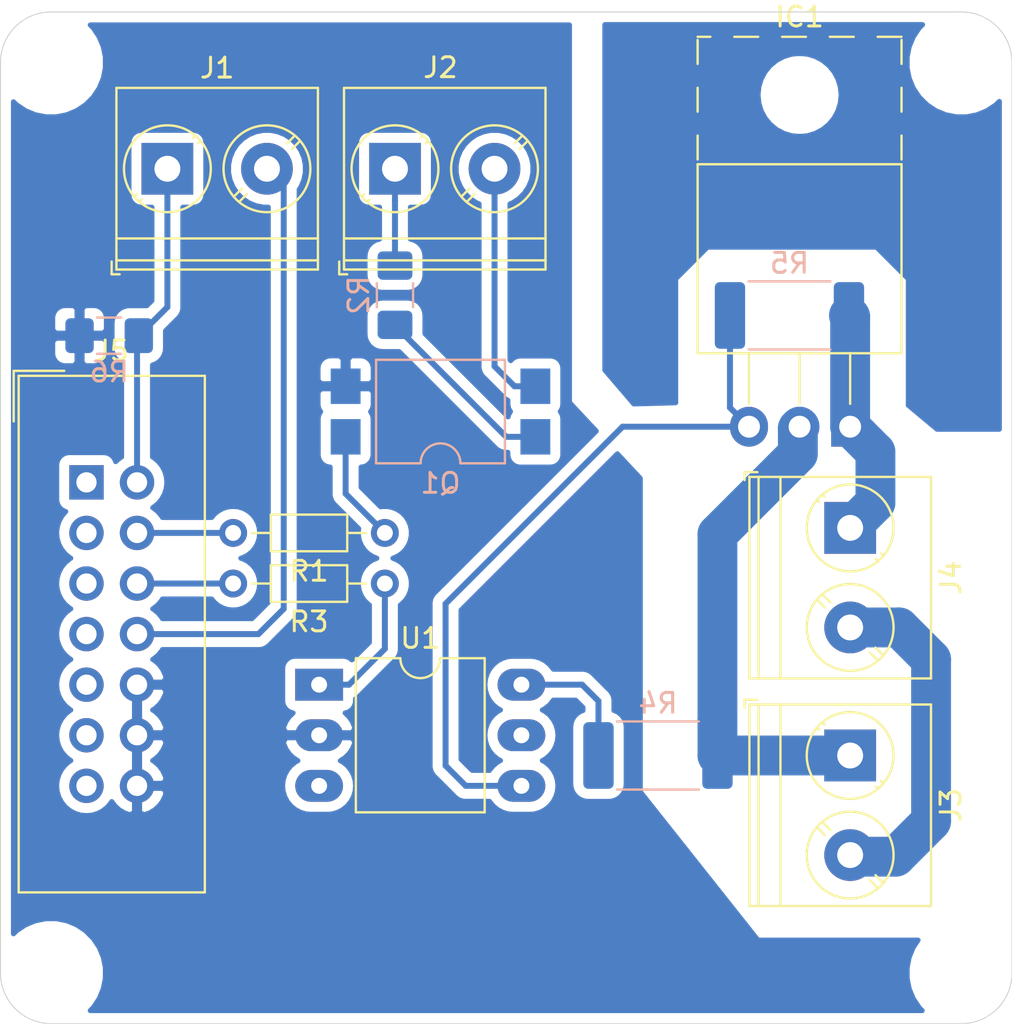
<source format=kicad_pcb>
(kicad_pcb (version 20171130) (host pcbnew "(5.1.2)-2")

  (general
    (thickness 1.6)
    (drawings 8)
    (tracks 54)
    (zones 0)
    (modules 18)
    (nets 25)
  )

  (page A4)
  (layers
    (0 F.Cu signal)
    (31 B.Cu signal)
    (32 B.Adhes user)
    (33 F.Adhes user)
    (34 B.Paste user)
    (35 F.Paste user)
    (36 B.SilkS user)
    (37 F.SilkS user)
    (38 B.Mask user)
    (39 F.Mask user)
    (40 Dwgs.User user)
    (41 Cmts.User user)
    (42 Eco1.User user)
    (43 Eco2.User user)
    (44 Edge.Cuts user)
    (45 Margin user)
    (46 B.CrtYd user)
    (47 F.CrtYd user)
    (48 B.Fab user hide)
    (49 F.Fab user hide)
  )

  (setup
    (last_trace_width 0.25)
    (user_trace_width 0.4)
    (trace_clearance 0.2)
    (zone_clearance 0)
    (zone_45_only no)
    (trace_min 0.2)
    (via_size 0.8)
    (via_drill 0.4)
    (via_min_size 0.4)
    (via_min_drill 0.3)
    (uvia_size 0.3)
    (uvia_drill 0.1)
    (uvias_allowed no)
    (uvia_min_size 0.2)
    (uvia_min_drill 0.1)
    (edge_width 0.05)
    (segment_width 0.2)
    (pcb_text_width 0.3)
    (pcb_text_size 1.5 1.5)
    (mod_edge_width 0.12)
    (mod_text_size 1 1)
    (mod_text_width 0.15)
    (pad_size 1.4 1.4)
    (pad_drill 0.8)
    (pad_to_mask_clearance 0.051)
    (solder_mask_min_width 0.25)
    (aux_axis_origin 0 0)
    (visible_elements 7FFFFFFF)
    (pcbplotparams
      (layerselection 0x010fc_ffffffff)
      (usegerberextensions false)
      (usegerberattributes false)
      (usegerberadvancedattributes false)
      (creategerberjobfile false)
      (excludeedgelayer true)
      (linewidth 0.100000)
      (plotframeref false)
      (viasonmask false)
      (mode 1)
      (useauxorigin false)
      (hpglpennumber 1)
      (hpglpenspeed 20)
      (hpglpendiameter 15.000000)
      (psnegative false)
      (psa4output false)
      (plotreference true)
      (plotvalue true)
      (plotinvisibletext false)
      (padsonsilk false)
      (subtractmaskfromsilk false)
      (outputformat 1)
      (mirror false)
      (drillshape 0)
      (scaleselection 1)
      (outputdirectory "./"))
  )

  (net 0 "")
  (net 1 "Net-(IC1-Pad3)")
  (net 2 L)
  (net 3 LOAD)
  (net 4 BUTTON2)
  (net 5 BUTTON1)
  (net 6 DIM+)
  (net 7 DIM-)
  (net 8 N)
  (net 9 GND)
  (net 10 "Net-(J5-Pad13)")
  (net 11 "Net-(J5-Pad11)")
  (net 12 "Net-(J5-Pad9)")
  (net 13 "Net-(J5-Pad7)")
  (net 14 ON)
  (net 15 "Net-(J5-Pad5)")
  (net 16 DIM)
  (net 17 "Net-(J5-Pad3)")
  (net 18 "Net-(J5-Pad1)")
  (net 19 "Net-(Q1-Pad4)")
  (net 20 "Net-(Q1-Pad1)")
  (net 21 "Net-(R3-Pad1)")
  (net 22 "Net-(R4-Pad2)")
  (net 23 "Net-(U1-Pad3)")
  (net 24 "Net-(U1-Pad5)")

  (net_class Default "Это класс цепей по умолчанию."
    (clearance 0.2)
    (trace_width 0.25)
    (via_dia 0.8)
    (via_drill 0.4)
    (uvia_dia 0.3)
    (uvia_drill 0.1)
    (add_net "Net-(J5-Pad1)")
    (add_net "Net-(J5-Pad11)")
    (add_net "Net-(J5-Pad13)")
    (add_net "Net-(J5-Pad3)")
    (add_net "Net-(J5-Pad5)")
    (add_net "Net-(J5-Pad7)")
    (add_net "Net-(J5-Pad9)")
  )

  (net_class Силовая ""
    (clearance 0.5)
    (trace_width 2)
    (via_dia 0.8)
    (via_drill 0.4)
    (uvia_dia 0.3)
    (uvia_drill 0.1)
    (add_net L)
    (add_net LOAD)
    (add_net N)
  )

  (net_class Слаботочная ""
    (clearance 0.5)
    (trace_width 0.3)
    (via_dia 0.8)
    (via_drill 0.4)
    (uvia_dia 0.3)
    (uvia_drill 0.1)
    (add_net BUTTON1)
    (add_net BUTTON2)
    (add_net DIM)
    (add_net DIM+)
    (add_net DIM-)
    (add_net GND)
    (add_net "Net-(IC1-Pad3)")
    (add_net "Net-(Q1-Pad1)")
    (add_net "Net-(Q1-Pad4)")
    (add_net "Net-(R3-Pad1)")
    (add_net "Net-(R4-Pad2)")
    (add_net "Net-(U1-Pad3)")
    (add_net "Net-(U1-Pad5)")
    (add_net ON)
  )

  (module Resistor_SMD:R_1206_3216Metric_Pad1.42x1.75mm_HandSolder (layer B.Cu) (tedit 5B301BBD) (tstamp 5D46ACD5)
    (at 116.456 61.214)
    (descr "Resistor SMD 1206 (3216 Metric), square (rectangular) end terminal, IPC_7351 nominal with elongated pad for handsoldering. (Body size source: http://www.tortai-tech.com/upload/download/2011102023233369053.pdf), generated with kicad-footprint-generator")
    (tags "resistor handsolder")
    (path /5D3E8DCB)
    (attr smd)
    (fp_text reference R6 (at 0 1.82) (layer B.SilkS)
      (effects (font (size 1 1) (thickness 0.15)) (justify mirror))
    )
    (fp_text value 4.7k (at 0 -1.82) (layer B.Fab)
      (effects (font (size 1 1) (thickness 0.15)) (justify mirror))
    )
    (fp_text user %R (at 0 0) (layer B.Fab)
      (effects (font (size 0.8 0.8) (thickness 0.12)) (justify mirror))
    )
    (fp_line (start 2.45 -1.12) (end -2.45 -1.12) (layer B.CrtYd) (width 0.05))
    (fp_line (start 2.45 1.12) (end 2.45 -1.12) (layer B.CrtYd) (width 0.05))
    (fp_line (start -2.45 1.12) (end 2.45 1.12) (layer B.CrtYd) (width 0.05))
    (fp_line (start -2.45 -1.12) (end -2.45 1.12) (layer B.CrtYd) (width 0.05))
    (fp_line (start -0.602064 -0.91) (end 0.602064 -0.91) (layer B.SilkS) (width 0.12))
    (fp_line (start -0.602064 0.91) (end 0.602064 0.91) (layer B.SilkS) (width 0.12))
    (fp_line (start 1.6 -0.8) (end -1.6 -0.8) (layer B.Fab) (width 0.1))
    (fp_line (start 1.6 0.8) (end 1.6 -0.8) (layer B.Fab) (width 0.1))
    (fp_line (start -1.6 0.8) (end 1.6 0.8) (layer B.Fab) (width 0.1))
    (fp_line (start -1.6 -0.8) (end -1.6 0.8) (layer B.Fab) (width 0.1))
    (pad 2 smd roundrect (at 1.4875 0) (size 1.425 1.75) (layers B.Cu B.Paste B.Mask) (roundrect_rratio 0.175439)
      (net 5 BUTTON1))
    (pad 1 smd roundrect (at -1.4875 0) (size 1.425 1.75) (layers B.Cu B.Paste B.Mask) (roundrect_rratio 0.175439)
      (net 9 GND))
    (model ${KISYS3DMOD}/Resistor_SMD.3dshapes/R_1206_3216Metric.wrl
      (at (xyz 0 0 0))
      (scale (xyz 1 1 1))
      (rotate (xyz 0 0 0))
    )
  )

  (module Resistor_SMD:R_1206_3216Metric_Pad1.42x1.75mm_HandSolder (layer B.Cu) (tedit 5B301BBD) (tstamp 5D3BBD02)
    (at 130.81 59.182 270)
    (descr "Resistor SMD 1206 (3216 Metric), square (rectangular) end terminal, IPC_7351 nominal with elongated pad for handsoldering. (Body size source: http://www.tortai-tech.com/upload/download/2011102023233369053.pdf), generated with kicad-footprint-generator")
    (tags "resistor handsolder")
    (path /5D3AAB8B)
    (attr smd)
    (fp_text reference R2 (at 0 1.82 90) (layer B.SilkS)
      (effects (font (size 1 1) (thickness 0.15)) (justify mirror))
    )
    (fp_text value 4.7k (at 0 -1.82 90) (layer B.Fab)
      (effects (font (size 1 1) (thickness 0.15)) (justify mirror))
    )
    (fp_text user %R (at 0 0 90) (layer B.Fab)
      (effects (font (size 0.8 0.8) (thickness 0.12)) (justify mirror))
    )
    (fp_line (start 2.45 -1.12) (end -2.45 -1.12) (layer B.CrtYd) (width 0.05))
    (fp_line (start 2.45 1.12) (end 2.45 -1.12) (layer B.CrtYd) (width 0.05))
    (fp_line (start -2.45 1.12) (end 2.45 1.12) (layer B.CrtYd) (width 0.05))
    (fp_line (start -2.45 -1.12) (end -2.45 1.12) (layer B.CrtYd) (width 0.05))
    (fp_line (start -0.602064 -0.91) (end 0.602064 -0.91) (layer B.SilkS) (width 0.12))
    (fp_line (start -0.602064 0.91) (end 0.602064 0.91) (layer B.SilkS) (width 0.12))
    (fp_line (start 1.6 -0.8) (end -1.6 -0.8) (layer B.Fab) (width 0.1))
    (fp_line (start 1.6 0.8) (end 1.6 -0.8) (layer B.Fab) (width 0.1))
    (fp_line (start -1.6 0.8) (end 1.6 0.8) (layer B.Fab) (width 0.1))
    (fp_line (start -1.6 -0.8) (end -1.6 0.8) (layer B.Fab) (width 0.1))
    (pad 2 smd roundrect (at 1.4875 0 270) (size 1.425 1.75) (layers B.Cu B.Paste B.Mask) (roundrect_rratio 0.175439)
      (net 19 "Net-(Q1-Pad4)"))
    (pad 1 smd roundrect (at -1.4875 0 270) (size 1.425 1.75) (layers B.Cu B.Paste B.Mask) (roundrect_rratio 0.175439)
      (net 6 DIM+))
    (model ${KISYS3DMOD}/Resistor_SMD.3dshapes/R_1206_3216Metric.wrl
      (at (xyz 0 0 0))
      (scale (xyz 1 1 1))
      (rotate (xyz 0 0 0))
    )
  )

  (module Resistor_SMD:R_2512_6332Metric_Pad1.52x3.35mm_HandSolder (layer B.Cu) (tedit 5B301BBD) (tstamp 5D4D4353)
    (at 150.622 60.198 180)
    (descr "Resistor SMD 2512 (6332 Metric), square (rectangular) end terminal, IPC_7351 nominal with elongated pad for handsoldering. (Body size source: http://www.tortai-tech.com/upload/download/2011102023233369053.pdf), generated with kicad-footprint-generator")
    (tags "resistor handsolder")
    (path /5D3A9077)
    (attr smd)
    (fp_text reference R5 (at 0 2.62) (layer B.SilkS)
      (effects (font (size 1 1) (thickness 0.15)) (justify mirror))
    )
    (fp_text value 360 (at 0 -2.62) (layer B.Fab)
      (effects (font (size 1 1) (thickness 0.15)) (justify mirror))
    )
    (fp_text user %R (at 0 0) (layer B.Fab)
      (effects (font (size 1 1) (thickness 0.15)) (justify mirror))
    )
    (fp_line (start 4 -1.92) (end -4 -1.92) (layer B.CrtYd) (width 0.05))
    (fp_line (start 4 1.92) (end 4 -1.92) (layer B.CrtYd) (width 0.05))
    (fp_line (start -4 1.92) (end 4 1.92) (layer B.CrtYd) (width 0.05))
    (fp_line (start -4 -1.92) (end -4 1.92) (layer B.CrtYd) (width 0.05))
    (fp_line (start -2.052064 -1.71) (end 2.052064 -1.71) (layer B.SilkS) (width 0.12))
    (fp_line (start -2.052064 1.71) (end 2.052064 1.71) (layer B.SilkS) (width 0.12))
    (fp_line (start 3.15 -1.6) (end -3.15 -1.6) (layer B.Fab) (width 0.1))
    (fp_line (start 3.15 1.6) (end 3.15 -1.6) (layer B.Fab) (width 0.1))
    (fp_line (start -3.15 1.6) (end 3.15 1.6) (layer B.Fab) (width 0.1))
    (fp_line (start -3.15 -1.6) (end -3.15 1.6) (layer B.Fab) (width 0.1))
    (pad 2 smd roundrect (at 2.9875 0 180) (size 1.525 3.35) (layers B.Cu B.Paste B.Mask) (roundrect_rratio 0.163934)
      (net 1 "Net-(IC1-Pad3)"))
    (pad 1 smd roundrect (at -2.9875 0 180) (size 1.525 3.35) (layers B.Cu B.Paste B.Mask) (roundrect_rratio 0.163934)
      (net 3 LOAD))
    (model ${KISYS3DMOD}/Resistor_SMD.3dshapes/R_2512_6332Metric.wrl
      (at (xyz 0 0 0))
      (scale (xyz 1 1 1))
      (rotate (xyz 0 0 0))
    )
  )

  (module Resistor_SMD:R_2512_6332Metric_Pad1.52x3.35mm_HandSolder (layer B.Cu) (tedit 5B301BBD) (tstamp 5D4E953B)
    (at 144.018 82.296 180)
    (descr "Resistor SMD 2512 (6332 Metric), square (rectangular) end terminal, IPC_7351 nominal with elongated pad for handsoldering. (Body size source: http://www.tortai-tech.com/upload/download/2011102023233369053.pdf), generated with kicad-footprint-generator")
    (tags "resistor handsolder")
    (path /5D3AA088)
    (attr smd)
    (fp_text reference R4 (at 0 2.62) (layer B.SilkS)
      (effects (font (size 1 1) (thickness 0.15)) (justify mirror))
    )
    (fp_text value 360 (at 0 -2.62) (layer B.Fab)
      (effects (font (size 1 1) (thickness 0.15)) (justify mirror))
    )
    (fp_text user %R (at 0 0) (layer B.Fab)
      (effects (font (size 1 1) (thickness 0.15)) (justify mirror))
    )
    (fp_line (start 4 -1.92) (end -4 -1.92) (layer B.CrtYd) (width 0.05))
    (fp_line (start 4 1.92) (end 4 -1.92) (layer B.CrtYd) (width 0.05))
    (fp_line (start -4 1.92) (end 4 1.92) (layer B.CrtYd) (width 0.05))
    (fp_line (start -4 -1.92) (end -4 1.92) (layer B.CrtYd) (width 0.05))
    (fp_line (start -2.052064 -1.71) (end 2.052064 -1.71) (layer B.SilkS) (width 0.12))
    (fp_line (start -2.052064 1.71) (end 2.052064 1.71) (layer B.SilkS) (width 0.12))
    (fp_line (start 3.15 -1.6) (end -3.15 -1.6) (layer B.Fab) (width 0.1))
    (fp_line (start 3.15 1.6) (end 3.15 -1.6) (layer B.Fab) (width 0.1))
    (fp_line (start -3.15 1.6) (end 3.15 1.6) (layer B.Fab) (width 0.1))
    (fp_line (start -3.15 -1.6) (end -3.15 1.6) (layer B.Fab) (width 0.1))
    (pad 2 smd roundrect (at 2.9875 0 180) (size 1.525 3.35) (layers B.Cu B.Paste B.Mask) (roundrect_rratio 0.163934)
      (net 22 "Net-(R4-Pad2)"))
    (pad 1 smd roundrect (at -2.9875 0 180) (size 1.525 3.35) (layers B.Cu B.Paste B.Mask) (roundrect_rratio 0.163934)
      (net 2 L))
    (model ${KISYS3DMOD}/Resistor_SMD.3dshapes/R_2512_6332Metric.wrl
      (at (xyz 0 0 0))
      (scale (xyz 1 1 1))
      (rotate (xyz 0 0 0))
    )
  )

  (module Package_TO_SOT_THT:TO-220-3_Horizontal_TabUp (layer F.Cu) (tedit 5AC8BA0D) (tstamp 5D3BA65D)
    (at 153.67 65.786 180)
    (descr "TO-220-3, Horizontal, RM 2.54mm, see https://www.vishay.com/docs/66542/to-220-1.pdf")
    (tags "TO-220-3 Horizontal RM 2.54mm")
    (path /5D3A683B)
    (fp_text reference IC1 (at 2.54 20.58) (layer F.SilkS)
      (effects (font (size 1 1) (thickness 0.15)))
    )
    (fp_text value BTA08-600SWRG (at 2.54 -2) (layer F.Fab)
      (effects (font (size 1 1) (thickness 0.15)))
    )
    (fp_text user %R (at 2.54 20.58) (layer F.Fab)
      (effects (font (size 1 1) (thickness 0.15)))
    )
    (fp_line (start 7.79 -1.25) (end -2.71 -1.25) (layer F.CrtYd) (width 0.05))
    (fp_line (start 7.79 19.71) (end 7.79 -1.25) (layer F.CrtYd) (width 0.05))
    (fp_line (start -2.71 19.71) (end 7.79 19.71) (layer F.CrtYd) (width 0.05))
    (fp_line (start -2.71 -1.25) (end -2.71 19.71) (layer F.CrtYd) (width 0.05))
    (fp_line (start 5.08 1.15) (end 5.08 3.69) (layer F.SilkS) (width 0.12))
    (fp_line (start 2.54 1.15) (end 2.54 3.69) (layer F.SilkS) (width 0.12))
    (fp_line (start 0 1.15) (end 0 3.69) (layer F.SilkS) (width 0.12))
    (fp_line (start 7.66 18.22) (end 7.66 19.42) (layer F.SilkS) (width 0.12))
    (fp_line (start 7.66 15.82) (end 7.66 17.02) (layer F.SilkS) (width 0.12))
    (fp_line (start 7.66 13.42) (end 7.66 14.62) (layer F.SilkS) (width 0.12))
    (fp_line (start -2.58 18.22) (end -2.58 19.42) (layer F.SilkS) (width 0.12))
    (fp_line (start -2.58 15.82) (end -2.58 17.02) (layer F.SilkS) (width 0.12))
    (fp_line (start -2.58 13.42) (end -2.58 14.62) (layer F.SilkS) (width 0.12))
    (fp_line (start 7.02 19.58) (end 7.66 19.58) (layer F.SilkS) (width 0.12))
    (fp_line (start 4.62 19.58) (end 5.82 19.58) (layer F.SilkS) (width 0.12))
    (fp_line (start 2.22 19.58) (end 3.42 19.58) (layer F.SilkS) (width 0.12))
    (fp_line (start -0.181 19.58) (end 1.02 19.58) (layer F.SilkS) (width 0.12))
    (fp_line (start -2.58 19.58) (end -1.38 19.58) (layer F.SilkS) (width 0.12))
    (fp_line (start 7.66 3.69) (end 7.66 13.18) (layer F.SilkS) (width 0.12))
    (fp_line (start -2.58 3.69) (end -2.58 13.18) (layer F.SilkS) (width 0.12))
    (fp_line (start -2.58 13.18) (end 7.66 13.18) (layer F.SilkS) (width 0.12))
    (fp_line (start -2.58 3.69) (end 7.66 3.69) (layer F.SilkS) (width 0.12))
    (fp_line (start 5.08 3.81) (end 5.08 0) (layer F.Fab) (width 0.1))
    (fp_line (start 2.54 3.81) (end 2.54 0) (layer F.Fab) (width 0.1))
    (fp_line (start 0 3.81) (end 0 0) (layer F.Fab) (width 0.1))
    (fp_line (start 7.54 3.81) (end -2.46 3.81) (layer F.Fab) (width 0.1))
    (fp_line (start 7.54 13.06) (end 7.54 3.81) (layer F.Fab) (width 0.1))
    (fp_line (start -2.46 13.06) (end 7.54 13.06) (layer F.Fab) (width 0.1))
    (fp_line (start -2.46 3.81) (end -2.46 13.06) (layer F.Fab) (width 0.1))
    (fp_line (start 7.54 13.06) (end -2.46 13.06) (layer F.Fab) (width 0.1))
    (fp_line (start 7.54 19.46) (end 7.54 13.06) (layer F.Fab) (width 0.1))
    (fp_line (start -2.46 19.46) (end 7.54 19.46) (layer F.Fab) (width 0.1))
    (fp_line (start -2.46 13.06) (end -2.46 19.46) (layer F.Fab) (width 0.1))
    (fp_circle (center 2.54 16.66) (end 4.39 16.66) (layer F.Fab) (width 0.1))
    (pad 3 thru_hole oval (at 5.08 0 180) (size 1.905 2) (drill 1.1) (layers *.Cu *.Mask)
      (net 1 "Net-(IC1-Pad3)"))
    (pad 2 thru_hole oval (at 2.54 0 180) (size 1.905 2) (drill 1.1) (layers *.Cu *.Mask)
      (net 2 L))
    (pad 1 thru_hole rect (at 0 0 180) (size 1.905 2) (drill 1.1) (layers *.Cu *.Mask)
      (net 3 LOAD))
    (pad "" np_thru_hole oval (at 2.54 16.66 180) (size 3.5 3.5) (drill 3.5) (layers *.Cu *.Mask))
    (model ${KISYS3DMOD}/Package_TO_SOT_THT.3dshapes/TO-220-3_Horizontal_TabUp.wrl
      (at (xyz 0 0 0))
      (scale (xyz 1 1 1))
      (rotate (xyz 0 0 0))
    )
  )

  (module Resistor_THT:R_Axial_DIN0204_L3.6mm_D1.6mm_P7.62mm_Horizontal (layer F.Cu) (tedit 5AE5139B) (tstamp 5D46AD9E)
    (at 130.302 73.66 180)
    (descr "Resistor, Axial_DIN0204 series, Axial, Horizontal, pin pitch=7.62mm, 0.167W, length*diameter=3.6*1.6mm^2, http://cdn-reichelt.de/documents/datenblatt/B400/1_4W%23YAG.pdf")
    (tags "Resistor Axial_DIN0204 series Axial Horizontal pin pitch 7.62mm 0.167W length 3.6mm diameter 1.6mm")
    (path /5D3AA1EC)
    (fp_text reference R3 (at 3.81 -1.92) (layer F.SilkS)
      (effects (font (size 1 1) (thickness 0.15)))
    )
    (fp_text value 680 (at 3.81 1.92) (layer F.Fab)
      (effects (font (size 1 1) (thickness 0.15)))
    )
    (fp_text user %R (at 3.81 0) (layer F.Fab)
      (effects (font (size 0.72 0.72) (thickness 0.108)))
    )
    (fp_line (start 8.57 -1.05) (end -0.95 -1.05) (layer F.CrtYd) (width 0.05))
    (fp_line (start 8.57 1.05) (end 8.57 -1.05) (layer F.CrtYd) (width 0.05))
    (fp_line (start -0.95 1.05) (end 8.57 1.05) (layer F.CrtYd) (width 0.05))
    (fp_line (start -0.95 -1.05) (end -0.95 1.05) (layer F.CrtYd) (width 0.05))
    (fp_line (start 6.68 0) (end 5.73 0) (layer F.SilkS) (width 0.12))
    (fp_line (start 0.94 0) (end 1.89 0) (layer F.SilkS) (width 0.12))
    (fp_line (start 5.73 -0.92) (end 1.89 -0.92) (layer F.SilkS) (width 0.12))
    (fp_line (start 5.73 0.92) (end 5.73 -0.92) (layer F.SilkS) (width 0.12))
    (fp_line (start 1.89 0.92) (end 5.73 0.92) (layer F.SilkS) (width 0.12))
    (fp_line (start 1.89 -0.92) (end 1.89 0.92) (layer F.SilkS) (width 0.12))
    (fp_line (start 7.62 0) (end 5.61 0) (layer F.Fab) (width 0.1))
    (fp_line (start 0 0) (end 2.01 0) (layer F.Fab) (width 0.1))
    (fp_line (start 5.61 -0.8) (end 2.01 -0.8) (layer F.Fab) (width 0.1))
    (fp_line (start 5.61 0.8) (end 5.61 -0.8) (layer F.Fab) (width 0.1))
    (fp_line (start 2.01 0.8) (end 5.61 0.8) (layer F.Fab) (width 0.1))
    (fp_line (start 2.01 -0.8) (end 2.01 0.8) (layer F.Fab) (width 0.1))
    (pad 2 thru_hole circle (at 7.62 0 180) (size 1.4 1.4) (drill 0.8) (layers *.Cu *.Mask)
      (net 14 ON))
    (pad 1 thru_hole circle (at 0 0 180) (size 1.4 1.4) (drill 0.8) (layers *.Cu *.Mask)
      (net 21 "Net-(R3-Pad1)"))
    (model ${KISYS3DMOD}/Resistor_THT.3dshapes/R_Axial_DIN0204_L3.6mm_D1.6mm_P7.62mm_Horizontal.wrl
      (at (xyz 0 0 0))
      (scale (xyz 1 1 1))
      (rotate (xyz 0 0 0))
    )
  )

  (module Resistor_THT:R_Axial_DIN0204_L3.6mm_D1.6mm_P7.62mm_Horizontal (layer F.Cu) (tedit 5D4E8868) (tstamp 5D3BB2F5)
    (at 130.302 71.12 180)
    (descr "Resistor, Axial_DIN0204 series, Axial, Horizontal, pin pitch=7.62mm, 0.167W, length*diameter=3.6*1.6mm^2, http://cdn-reichelt.de/documents/datenblatt/B400/1_4W%23YAG.pdf")
    (tags "Resistor Axial_DIN0204 series Axial Horizontal pin pitch 7.62mm 0.167W length 3.6mm diameter 1.6mm")
    (path /5D3AA2C9)
    (fp_text reference R1 (at 3.81 -1.92) (layer F.SilkS)
      (effects (font (size 1 1) (thickness 0.15)))
    )
    (fp_text value 2.2k (at 3.81 1.92) (layer F.Fab)
      (effects (font (size 1 1) (thickness 0.15)))
    )
    (fp_text user %R (at 3.81 0) (layer F.Fab)
      (effects (font (size 0.72 0.72) (thickness 0.108)))
    )
    (fp_line (start 8.57 -1.05) (end -0.95 -1.05) (layer F.CrtYd) (width 0.05))
    (fp_line (start 8.57 1.05) (end 8.57 -1.05) (layer F.CrtYd) (width 0.05))
    (fp_line (start -0.95 1.05) (end 8.57 1.05) (layer F.CrtYd) (width 0.05))
    (fp_line (start -0.95 -1.05) (end -0.95 1.05) (layer F.CrtYd) (width 0.05))
    (fp_line (start 6.68 0) (end 5.73 0) (layer F.SilkS) (width 0.12))
    (fp_line (start 0.94 0) (end 1.89 0) (layer F.SilkS) (width 0.12))
    (fp_line (start 5.73 -0.92) (end 1.89 -0.92) (layer F.SilkS) (width 0.12))
    (fp_line (start 5.73 0.92) (end 5.73 -0.92) (layer F.SilkS) (width 0.12))
    (fp_line (start 1.89 0.92) (end 5.73 0.92) (layer F.SilkS) (width 0.12))
    (fp_line (start 1.89 -0.92) (end 1.89 0.92) (layer F.SilkS) (width 0.12))
    (fp_line (start 7.62 0) (end 5.61 0) (layer F.Fab) (width 0.1))
    (fp_line (start 0 0) (end 2.01 0) (layer F.Fab) (width 0.1))
    (fp_line (start 5.61 -0.8) (end 2.01 -0.8) (layer F.Fab) (width 0.1))
    (fp_line (start 5.61 0.8) (end 5.61 -0.8) (layer F.Fab) (width 0.1))
    (fp_line (start 2.01 0.8) (end 5.61 0.8) (layer F.Fab) (width 0.1))
    (fp_line (start 2.01 -0.8) (end 2.01 0.8) (layer F.Fab) (width 0.1))
    (pad 2 thru_hole circle (at 7.62 0 180) (size 1.4 1.4) (drill 0.8) (layers *.Cu *.Mask)
      (net 16 DIM))
    (pad 1 thru_hole circle (at 0 0 180) (size 1.4 1.4) (drill 0.8) (layers *.Cu *.Mask)
      (net 20 "Net-(Q1-Pad1)"))
    (model ${KISYS3DMOD}/Resistor_THT.3dshapes/R_Axial_DIN0204_L3.6mm_D1.6mm_P7.62mm_Horizontal.wrl
      (at (xyz 0 0 0))
      (scale (xyz 1 1 1))
      (rotate (xyz 0 0 0))
    )
  )

  (module Package_DIP:DIP-6_W10.16mm_LongPads (layer F.Cu) (tedit 5A02E8C5) (tstamp 5D3BA7C9)
    (at 127 78.74)
    (descr "6-lead though-hole mounted DIP package, row spacing 10.16 mm (400 mils), LongPads")
    (tags "THT DIP DIL PDIP 2.54mm 10.16mm 400mil LongPads")
    (path /5D3C235B)
    (fp_text reference U1 (at 5.08 -2.33) (layer F.SilkS)
      (effects (font (size 1 1) (thickness 0.15)))
    )
    (fp_text value MOC3063M (at 5.08 7.41) (layer F.Fab)
      (effects (font (size 1 1) (thickness 0.15)))
    )
    (fp_text user %R (at 5.08 2.54) (layer F.Fab)
      (effects (font (size 1 1) (thickness 0.15)))
    )
    (fp_line (start 11.65 -1.55) (end -1.5 -1.55) (layer F.CrtYd) (width 0.05))
    (fp_line (start 11.65 6.6) (end 11.65 -1.55) (layer F.CrtYd) (width 0.05))
    (fp_line (start -1.5 6.6) (end 11.65 6.6) (layer F.CrtYd) (width 0.05))
    (fp_line (start -1.5 -1.55) (end -1.5 6.6) (layer F.CrtYd) (width 0.05))
    (fp_line (start 8.315 -1.33) (end 6.08 -1.33) (layer F.SilkS) (width 0.12))
    (fp_line (start 8.315 6.41) (end 8.315 -1.33) (layer F.SilkS) (width 0.12))
    (fp_line (start 1.845 6.41) (end 8.315 6.41) (layer F.SilkS) (width 0.12))
    (fp_line (start 1.845 -1.33) (end 1.845 6.41) (layer F.SilkS) (width 0.12))
    (fp_line (start 4.08 -1.33) (end 1.845 -1.33) (layer F.SilkS) (width 0.12))
    (fp_line (start 1.905 -0.27) (end 2.905 -1.27) (layer F.Fab) (width 0.1))
    (fp_line (start 1.905 6.35) (end 1.905 -0.27) (layer F.Fab) (width 0.1))
    (fp_line (start 8.255 6.35) (end 1.905 6.35) (layer F.Fab) (width 0.1))
    (fp_line (start 8.255 -1.27) (end 8.255 6.35) (layer F.Fab) (width 0.1))
    (fp_line (start 2.905 -1.27) (end 8.255 -1.27) (layer F.Fab) (width 0.1))
    (fp_arc (start 5.08 -1.33) (end 4.08 -1.33) (angle -180) (layer F.SilkS) (width 0.12))
    (pad 6 thru_hole oval (at 10.16 0) (size 2.4 1.6) (drill 0.8) (layers *.Cu *.Mask)
      (net 22 "Net-(R4-Pad2)"))
    (pad 3 thru_hole oval (at 0 5.08) (size 2.4 1.6) (drill 0.8) (layers *.Cu *.Mask)
      (net 23 "Net-(U1-Pad3)"))
    (pad 5 thru_hole oval (at 10.16 2.54) (size 2.4 1.6) (drill 0.8) (layers *.Cu *.Mask)
      (net 24 "Net-(U1-Pad5)"))
    (pad 2 thru_hole oval (at 0 2.54) (size 2.4 1.6) (drill 0.8) (layers *.Cu *.Mask)
      (net 9 GND))
    (pad 4 thru_hole oval (at 10.16 5.08) (size 2.4 1.6) (drill 0.8) (layers *.Cu *.Mask)
      (net 1 "Net-(IC1-Pad3)"))
    (pad 1 thru_hole rect (at 0 0) (size 2.4 1.6) (drill 0.8) (layers *.Cu *.Mask)
      (net 21 "Net-(R3-Pad1)"))
    (model ${KISYS3DMOD}/Package_DIP.3dshapes/DIP-6_W10.16mm.wrl
      (at (xyz 0 0 0))
      (scale (xyz 1 1 1))
      (rotate (xyz 0 0 0))
    )
  )

  (module Package_DIP:SMDIP-4_W9.53mm_Clearance8mm (layer B.Cu) (tedit 5A02E8C5) (tstamp 5D3BA749)
    (at 133.096 65.024)
    (descr "4-lead surface-mounted (SMD) DIP package, row spacing 9.53 mm (375 mils), Clearance8mm")
    (tags "SMD DIP DIL PDIP SMDIP 2.54mm 9.53mm 375mil Clearance8mm")
    (path /5D3C0E10)
    (attr smd)
    (fp_text reference Q1 (at 0 3.6) (layer B.SilkS)
      (effects (font (size 1 1) (thickness 0.15)) (justify mirror))
    )
    (fp_text value SFH6156-3T (at 0 -3.6) (layer B.Fab)
      (effects (font (size 1 1) (thickness 0.15)) (justify mirror))
    )
    (fp_text user %R (at 0 0) (layer B.Fab)
      (effects (font (size 1 1) (thickness 0.15)) (justify mirror))
    )
    (fp_line (start 5.8 2.8) (end -5.8 2.8) (layer B.CrtYd) (width 0.05))
    (fp_line (start 5.8 -2.8) (end 5.8 2.8) (layer B.CrtYd) (width 0.05))
    (fp_line (start -5.8 -2.8) (end 5.8 -2.8) (layer B.CrtYd) (width 0.05))
    (fp_line (start -5.8 2.8) (end -5.8 -2.8) (layer B.CrtYd) (width 0.05))
    (fp_line (start 3.235 2.6) (end 1 2.6) (layer B.SilkS) (width 0.12))
    (fp_line (start 3.235 -2.6) (end 3.235 2.6) (layer B.SilkS) (width 0.12))
    (fp_line (start -3.235 -2.6) (end 3.235 -2.6) (layer B.SilkS) (width 0.12))
    (fp_line (start -3.235 2.6) (end -3.235 -2.6) (layer B.SilkS) (width 0.12))
    (fp_line (start -1 2.6) (end -3.235 2.6) (layer B.SilkS) (width 0.12))
    (fp_line (start -3.175 1.54) (end -2.175 2.54) (layer B.Fab) (width 0.1))
    (fp_line (start -3.175 -2.54) (end -3.175 1.54) (layer B.Fab) (width 0.1))
    (fp_line (start 3.175 -2.54) (end -3.175 -2.54) (layer B.Fab) (width 0.1))
    (fp_line (start 3.175 2.54) (end 3.175 -2.54) (layer B.Fab) (width 0.1))
    (fp_line (start -2.175 2.54) (end 3.175 2.54) (layer B.Fab) (width 0.1))
    (fp_arc (start 0 2.6) (end -1 2.6) (angle 180) (layer B.SilkS) (width 0.12))
    (pad 4 smd rect (at 4.765 1.27) (size 1.5 1.78) (layers B.Cu B.Paste B.Mask)
      (net 19 "Net-(Q1-Pad4)"))
    (pad 2 smd rect (at -4.765 -1.27) (size 1.5 1.78) (layers B.Cu B.Paste B.Mask)
      (net 9 GND))
    (pad 3 smd rect (at 4.765 -1.27) (size 1.5 1.78) (layers B.Cu B.Paste B.Mask)
      (net 7 DIM-))
    (pad 1 smd rect (at -4.765 1.27) (size 1.5 1.78) (layers B.Cu B.Paste B.Mask)
      (net 20 "Net-(Q1-Pad1)"))
    (model ${KISYS3DMOD}/Package_DIP.3dshapes/SMDIP-4_W9.53mm.wrl
      (at (xyz 0 0 0))
      (scale (xyz 1 1 1))
      (rotate (xyz 0 0 0))
    )
  )

  (module Connector_IDC:IDC-Header_2x07_P2.54mm_Vertical (layer F.Cu) (tedit 59DE0420) (tstamp 5D3BA731)
    (at 115.316 68.58)
    (descr "Through hole straight IDC box header, 2x07, 2.54mm pitch, double rows")
    (tags "Through hole IDC box header THT 2x07 2.54mm double row")
    (path /5D3C643E)
    (fp_text reference J5 (at 1.27 -6.604) (layer F.SilkS)
      (effects (font (size 1 1) (thickness 0.15)))
    )
    (fp_text value Conn_02x07_Odd_Even (at 1.27 21.844) (layer F.Fab)
      (effects (font (size 1 1) (thickness 0.15)))
    )
    (fp_line (start -3.655 -5.6) (end -1.115 -5.6) (layer F.SilkS) (width 0.12))
    (fp_line (start -3.655 -5.6) (end -3.655 -3.06) (layer F.SilkS) (width 0.12))
    (fp_line (start -3.405 -5.35) (end 5.945 -5.35) (layer F.SilkS) (width 0.12))
    (fp_line (start -3.405 20.59) (end -3.405 -5.35) (layer F.SilkS) (width 0.12))
    (fp_line (start 5.945 20.59) (end -3.405 20.59) (layer F.SilkS) (width 0.12))
    (fp_line (start 5.945 -5.35) (end 5.945 20.59) (layer F.SilkS) (width 0.12))
    (fp_line (start -3.41 -5.35) (end 5.95 -5.35) (layer F.CrtYd) (width 0.05))
    (fp_line (start -3.41 20.59) (end -3.41 -5.35) (layer F.CrtYd) (width 0.05))
    (fp_line (start 5.95 20.59) (end -3.41 20.59) (layer F.CrtYd) (width 0.05))
    (fp_line (start 5.95 -5.35) (end 5.95 20.59) (layer F.CrtYd) (width 0.05))
    (fp_line (start -3.155 20.34) (end -2.605 19.78) (layer F.Fab) (width 0.1))
    (fp_line (start -3.155 -5.1) (end -2.605 -4.56) (layer F.Fab) (width 0.1))
    (fp_line (start 5.695 20.34) (end 5.145 19.78) (layer F.Fab) (width 0.1))
    (fp_line (start 5.695 -5.1) (end 5.145 -4.56) (layer F.Fab) (width 0.1))
    (fp_line (start 5.145 19.78) (end -2.605 19.78) (layer F.Fab) (width 0.1))
    (fp_line (start 5.695 20.34) (end -3.155 20.34) (layer F.Fab) (width 0.1))
    (fp_line (start 5.145 -4.56) (end -2.605 -4.56) (layer F.Fab) (width 0.1))
    (fp_line (start 5.695 -5.1) (end -3.155 -5.1) (layer F.Fab) (width 0.1))
    (fp_line (start -2.605 9.87) (end -3.155 9.87) (layer F.Fab) (width 0.1))
    (fp_line (start -2.605 5.37) (end -3.155 5.37) (layer F.Fab) (width 0.1))
    (fp_line (start -2.605 9.87) (end -2.605 19.78) (layer F.Fab) (width 0.1))
    (fp_line (start -2.605 -4.56) (end -2.605 5.37) (layer F.Fab) (width 0.1))
    (fp_line (start -3.155 -5.1) (end -3.155 20.34) (layer F.Fab) (width 0.1))
    (fp_line (start 5.145 -4.56) (end 5.145 19.78) (layer F.Fab) (width 0.1))
    (fp_line (start 5.695 -5.1) (end 5.695 20.34) (layer F.Fab) (width 0.1))
    (fp_text user %R (at 1.27 7.62) (layer F.Fab)
      (effects (font (size 1 1) (thickness 0.15)))
    )
    (pad 14 thru_hole oval (at 2.54 15.24) (size 1.7272 1.7272) (drill 1.016) (layers *.Cu *.Mask)
      (net 9 GND))
    (pad 13 thru_hole oval (at 0 15.24) (size 1.7272 1.7272) (drill 1.016) (layers *.Cu *.Mask)
      (net 10 "Net-(J5-Pad13)"))
    (pad 12 thru_hole oval (at 2.54 12.7) (size 1.7272 1.7272) (drill 1.016) (layers *.Cu *.Mask)
      (net 9 GND))
    (pad 11 thru_hole oval (at 0 12.7) (size 1.7272 1.7272) (drill 1.016) (layers *.Cu *.Mask)
      (net 11 "Net-(J5-Pad11)"))
    (pad 10 thru_hole oval (at 2.54 10.16) (size 1.7272 1.7272) (drill 1.016) (layers *.Cu *.Mask)
      (net 9 GND))
    (pad 9 thru_hole oval (at 0 10.16) (size 1.7272 1.7272) (drill 1.016) (layers *.Cu *.Mask)
      (net 12 "Net-(J5-Pad9)"))
    (pad 8 thru_hole oval (at 2.54 7.62) (size 1.7272 1.7272) (drill 1.016) (layers *.Cu *.Mask)
      (net 4 BUTTON2))
    (pad 7 thru_hole oval (at 0 7.62) (size 1.7272 1.7272) (drill 1.016) (layers *.Cu *.Mask)
      (net 13 "Net-(J5-Pad7)"))
    (pad 6 thru_hole oval (at 2.54 5.08) (size 1.7272 1.7272) (drill 1.016) (layers *.Cu *.Mask)
      (net 14 ON))
    (pad 5 thru_hole oval (at 0 5.08) (size 1.7272 1.7272) (drill 1.016) (layers *.Cu *.Mask)
      (net 15 "Net-(J5-Pad5)"))
    (pad 4 thru_hole oval (at 2.54 2.54) (size 1.7272 1.7272) (drill 1.016) (layers *.Cu *.Mask)
      (net 16 DIM))
    (pad 3 thru_hole oval (at 0 2.54) (size 1.7272 1.7272) (drill 1.016) (layers *.Cu *.Mask)
      (net 17 "Net-(J5-Pad3)"))
    (pad 2 thru_hole oval (at 2.54 0) (size 1.7272 1.7272) (drill 1.016) (layers *.Cu *.Mask)
      (net 5 BUTTON1))
    (pad 1 thru_hole rect (at 0 0) (size 1.7272 1.7272) (drill 1.016) (layers *.Cu *.Mask)
      (net 18 "Net-(J5-Pad1)"))
    (model ${KISYS3DMOD}/Connector_IDC.3dshapes/IDC-Header_2x07_P2.54mm_Vertical.wrl
      (at (xyz 0 0 0))
      (scale (xyz 1 1 1))
      (rotate (xyz 0 0 0))
    )
  )

  (module TerminalBlock_Phoenix:TerminalBlock_Phoenix_PT-1,5-2-5.0-H_1x02_P5.00mm_Horizontal (layer F.Cu) (tedit 5B294F69) (tstamp 5D4D2EEB)
    (at 130.81 52.832)
    (descr "Terminal Block Phoenix PT-1,5-2-5.0-H, 2 pins, pitch 5mm, size 10x9mm^2, drill diamater 1.3mm, pad diameter 2.6mm, see http://www.mouser.com/ds/2/324/ItemDetail_1935161-922578.pdf, script-generated using https://github.com/pointhi/kicad-footprint-generator/scripts/TerminalBlock_Phoenix")
    (tags "THT Terminal Block Phoenix PT-1,5-2-5.0-H pitch 5mm size 10x9mm^2 drill 1.3mm pad 2.6mm")
    (path /5D3D5396)
    (fp_text reference J2 (at 2.286 -5.08) (layer F.SilkS)
      (effects (font (size 1 1) (thickness 0.15)))
    )
    (fp_text value Screw_Terminal_01x02 (at 2.5 6.06) (layer F.Fab)
      (effects (font (size 1 1) (thickness 0.15)))
    )
    (fp_text user %R (at 2.5 2.9) (layer F.Fab)
      (effects (font (size 1 1) (thickness 0.15)))
    )
    (fp_line (start 8 -4.5) (end -3 -4.5) (layer F.CrtYd) (width 0.05))
    (fp_line (start 8 5.5) (end 8 -4.5) (layer F.CrtYd) (width 0.05))
    (fp_line (start -3 5.5) (end 8 5.5) (layer F.CrtYd) (width 0.05))
    (fp_line (start -3 -4.5) (end -3 5.5) (layer F.CrtYd) (width 0.05))
    (fp_line (start -2.8 5.3) (end -2.4 5.3) (layer F.SilkS) (width 0.12))
    (fp_line (start -2.8 4.66) (end -2.8 5.3) (layer F.SilkS) (width 0.12))
    (fp_line (start 3.742 0.992) (end 3.347 1.388) (layer F.SilkS) (width 0.12))
    (fp_line (start 6.388 -1.654) (end 6.008 -1.274) (layer F.SilkS) (width 0.12))
    (fp_line (start 3.993 1.274) (end 3.613 1.654) (layer F.SilkS) (width 0.12))
    (fp_line (start 6.654 -1.388) (end 6.259 -0.992) (layer F.SilkS) (width 0.12))
    (fp_line (start 6.273 -1.517) (end 3.484 1.273) (layer F.Fab) (width 0.1))
    (fp_line (start 6.517 -1.273) (end 3.728 1.517) (layer F.Fab) (width 0.1))
    (fp_line (start -1.548 1.281) (end -1.654 1.388) (layer F.SilkS) (width 0.12))
    (fp_line (start 1.388 -1.654) (end 1.281 -1.547) (layer F.SilkS) (width 0.12))
    (fp_line (start -1.282 1.547) (end -1.388 1.654) (layer F.SilkS) (width 0.12))
    (fp_line (start 1.654 -1.388) (end 1.547 -1.281) (layer F.SilkS) (width 0.12))
    (fp_line (start 1.273 -1.517) (end -1.517 1.273) (layer F.Fab) (width 0.1))
    (fp_line (start 1.517 -1.273) (end -1.273 1.517) (layer F.Fab) (width 0.1))
    (fp_line (start 7.56 -4.06) (end 7.56 5.06) (layer F.SilkS) (width 0.12))
    (fp_line (start -2.56 -4.06) (end -2.56 5.06) (layer F.SilkS) (width 0.12))
    (fp_line (start -2.56 5.06) (end 7.56 5.06) (layer F.SilkS) (width 0.12))
    (fp_line (start -2.56 -4.06) (end 7.56 -4.06) (layer F.SilkS) (width 0.12))
    (fp_line (start -2.56 3.5) (end 7.56 3.5) (layer F.SilkS) (width 0.12))
    (fp_line (start -2.5 3.5) (end 7.5 3.5) (layer F.Fab) (width 0.1))
    (fp_line (start -2.56 4.6) (end 7.56 4.6) (layer F.SilkS) (width 0.12))
    (fp_line (start -2.5 4.6) (end 7.5 4.6) (layer F.Fab) (width 0.1))
    (fp_line (start -2.5 4.6) (end -2.5 -4) (layer F.Fab) (width 0.1))
    (fp_line (start -2.1 5) (end -2.5 4.6) (layer F.Fab) (width 0.1))
    (fp_line (start 7.5 5) (end -2.1 5) (layer F.Fab) (width 0.1))
    (fp_line (start 7.5 -4) (end 7.5 5) (layer F.Fab) (width 0.1))
    (fp_line (start -2.5 -4) (end 7.5 -4) (layer F.Fab) (width 0.1))
    (fp_circle (center 5 0) (end 7.18 0) (layer F.SilkS) (width 0.12))
    (fp_circle (center 5 0) (end 7 0) (layer F.Fab) (width 0.1))
    (fp_circle (center 0 0) (end 2.18 0) (layer F.SilkS) (width 0.12))
    (fp_circle (center 0 0) (end 2 0) (layer F.Fab) (width 0.1))
    (pad 2 thru_hole circle (at 5 0) (size 2.6 2.6) (drill 1.3) (layers *.Cu *.Mask)
      (net 7 DIM-))
    (pad 1 thru_hole rect (at 0 0) (size 2.6 2.6) (drill 1.3) (layers *.Cu *.Mask)
      (net 6 DIM+))
    (model ${KISYS3DMOD}/TerminalBlock_Phoenix.3dshapes/TerminalBlock_Phoenix_PT-1,5-2-5.0-H_1x02_P5.00mm_Horizontal.wrl
      (at (xyz 0 0 0))
      (scale (xyz 1 1 1))
      (rotate (xyz 0 0 0))
    )
  )

  (module TerminalBlock_Phoenix:TerminalBlock_Phoenix_PT-1,5-2-5.0-H_1x02_P5.00mm_Horizontal (layer F.Cu) (tedit 5B294F69) (tstamp 5D3BA687)
    (at 119.38 52.832)
    (descr "Terminal Block Phoenix PT-1,5-2-5.0-H, 2 pins, pitch 5mm, size 10x9mm^2, drill diamater 1.3mm, pad diameter 2.6mm, see http://www.mouser.com/ds/2/324/ItemDetail_1935161-922578.pdf, script-generated using https://github.com/pointhi/kicad-footprint-generator/scripts/TerminalBlock_Phoenix")
    (tags "THT Terminal Block Phoenix PT-1,5-2-5.0-H pitch 5mm size 10x9mm^2 drill 1.3mm pad 2.6mm")
    (path /5D3CCECA)
    (fp_text reference J1 (at 2.5 -5.06) (layer F.SilkS)
      (effects (font (size 1 1) (thickness 0.15)))
    )
    (fp_text value Screw_Terminal_01x02 (at 2.5 6.06) (layer F.Fab)
      (effects (font (size 1 1) (thickness 0.15)))
    )
    (fp_text user %R (at 2.5 2.9) (layer F.Fab)
      (effects (font (size 1 1) (thickness 0.15)))
    )
    (fp_line (start 8 -4.5) (end -3 -4.5) (layer F.CrtYd) (width 0.05))
    (fp_line (start 8 5.5) (end 8 -4.5) (layer F.CrtYd) (width 0.05))
    (fp_line (start -3 5.5) (end 8 5.5) (layer F.CrtYd) (width 0.05))
    (fp_line (start -3 -4.5) (end -3 5.5) (layer F.CrtYd) (width 0.05))
    (fp_line (start -2.8 5.3) (end -2.4 5.3) (layer F.SilkS) (width 0.12))
    (fp_line (start -2.8 4.66) (end -2.8 5.3) (layer F.SilkS) (width 0.12))
    (fp_line (start 3.742 0.992) (end 3.347 1.388) (layer F.SilkS) (width 0.12))
    (fp_line (start 6.388 -1.654) (end 6.008 -1.274) (layer F.SilkS) (width 0.12))
    (fp_line (start 3.993 1.274) (end 3.613 1.654) (layer F.SilkS) (width 0.12))
    (fp_line (start 6.654 -1.388) (end 6.259 -0.992) (layer F.SilkS) (width 0.12))
    (fp_line (start 6.273 -1.517) (end 3.484 1.273) (layer F.Fab) (width 0.1))
    (fp_line (start 6.517 -1.273) (end 3.728 1.517) (layer F.Fab) (width 0.1))
    (fp_line (start -1.548 1.281) (end -1.654 1.388) (layer F.SilkS) (width 0.12))
    (fp_line (start 1.388 -1.654) (end 1.281 -1.547) (layer F.SilkS) (width 0.12))
    (fp_line (start -1.282 1.547) (end -1.388 1.654) (layer F.SilkS) (width 0.12))
    (fp_line (start 1.654 -1.388) (end 1.547 -1.281) (layer F.SilkS) (width 0.12))
    (fp_line (start 1.273 -1.517) (end -1.517 1.273) (layer F.Fab) (width 0.1))
    (fp_line (start 1.517 -1.273) (end -1.273 1.517) (layer F.Fab) (width 0.1))
    (fp_line (start 7.56 -4.06) (end 7.56 5.06) (layer F.SilkS) (width 0.12))
    (fp_line (start -2.56 -4.06) (end -2.56 5.06) (layer F.SilkS) (width 0.12))
    (fp_line (start -2.56 5.06) (end 7.56 5.06) (layer F.SilkS) (width 0.12))
    (fp_line (start -2.56 -4.06) (end 7.56 -4.06) (layer F.SilkS) (width 0.12))
    (fp_line (start -2.56 3.5) (end 7.56 3.5) (layer F.SilkS) (width 0.12))
    (fp_line (start -2.5 3.5) (end 7.5 3.5) (layer F.Fab) (width 0.1))
    (fp_line (start -2.56 4.6) (end 7.56 4.6) (layer F.SilkS) (width 0.12))
    (fp_line (start -2.5 4.6) (end 7.5 4.6) (layer F.Fab) (width 0.1))
    (fp_line (start -2.5 4.6) (end -2.5 -4) (layer F.Fab) (width 0.1))
    (fp_line (start -2.1 5) (end -2.5 4.6) (layer F.Fab) (width 0.1))
    (fp_line (start 7.5 5) (end -2.1 5) (layer F.Fab) (width 0.1))
    (fp_line (start 7.5 -4) (end 7.5 5) (layer F.Fab) (width 0.1))
    (fp_line (start -2.5 -4) (end 7.5 -4) (layer F.Fab) (width 0.1))
    (fp_circle (center 5 0) (end 7.18 0) (layer F.SilkS) (width 0.12))
    (fp_circle (center 5 0) (end 7 0) (layer F.Fab) (width 0.1))
    (fp_circle (center 0 0) (end 2.18 0) (layer F.SilkS) (width 0.12))
    (fp_circle (center 0 0) (end 2 0) (layer F.Fab) (width 0.1))
    (pad 2 thru_hole circle (at 5 0) (size 2.6 2.6) (drill 1.3) (layers *.Cu *.Mask)
      (net 4 BUTTON2))
    (pad 1 thru_hole rect (at 0 0) (size 2.6 2.6) (drill 1.3) (layers *.Cu *.Mask)
      (net 5 BUTTON1))
    (model ${KISYS3DMOD}/TerminalBlock_Phoenix.3dshapes/TerminalBlock_Phoenix_PT-1,5-2-5.0-H_1x02_P5.00mm_Horizontal.wrl
      (at (xyz 0 0 0))
      (scale (xyz 1 1 1))
      (rotate (xyz 0 0 0))
    )
  )

  (module MountingHole:MountingHole_2.2mm_M2 (layer F.Cu) (tedit 5C33A084) (tstamp 5D46C1C7)
    (at 113.538 93.218)
    (descr "Mounting Hole 2.2mm, no annular, M2")
    (tags "mounting hole 2.2mm no annular m2")
    (attr virtual)
    (fp_text reference REF** (at 0 -3.2) (layer F.SilkS) hide
      (effects (font (size 1 1) (thickness 0.15)))
    )
    (fp_text value MountingHole_2.2mm_M2 (at 0 3.2) (layer F.Fab) hide
      (effects (font (size 1 1) (thickness 0.15)))
    )
    (fp_circle (center 0 0) (end 2.45 0) (layer F.CrtYd) (width 0.05))
    (fp_circle (center 0 0) (end 2.2 0) (layer Cmts.User) (width 0.15))
    (fp_text user %R (at 0.3 0) (layer F.Fab) hide
      (effects (font (size 1 1) (thickness 0.15)))
    )
    (pad "" np_thru_hole circle (at 0 0) (size 2.2 2.2) (drill 2.2) (layers *.Cu *.Mask)
      (clearance 1.5))
  )

  (module MountingHole:MountingHole_2.2mm_M2 (layer F.Cu) (tedit 5C33A07F) (tstamp 5D46C1C0)
    (at 159.258 93.218)
    (descr "Mounting Hole 2.2mm, no annular, M2")
    (tags "mounting hole 2.2mm no annular m2")
    (attr virtual)
    (fp_text reference REF** (at 0 -3.2) (layer F.SilkS) hide
      (effects (font (size 1 1) (thickness 0.15)))
    )
    (fp_text value MountingHole_2.2mm_M2 (at 0 3.2) (layer F.Fab) hide
      (effects (font (size 1 1) (thickness 0.15)))
    )
    (fp_text user %R (at 0.3 0) (layer F.Fab) hide
      (effects (font (size 1 1) (thickness 0.15)))
    )
    (fp_circle (center 0 0) (end 2.2 0) (layer Cmts.User) (width 0.15))
    (fp_circle (center 0 0) (end 2.45 0) (layer F.CrtYd) (width 0.05))
    (pad "" np_thru_hole circle (at 0 0) (size 2.2 2.2) (drill 2.2) (layers *.Cu *.Mask)
      (clearance 1.5))
  )

  (module MountingHole:MountingHole_2.2mm_M2 (layer F.Cu) (tedit 5C33A07C) (tstamp 5D46C1B9)
    (at 159.258 47.498)
    (descr "Mounting Hole 2.2mm, no annular, M2")
    (tags "mounting hole 2.2mm no annular m2")
    (attr virtual)
    (fp_text reference REF** (at 0 -3.2) (layer F.SilkS) hide
      (effects (font (size 1 1) (thickness 0.15)))
    )
    (fp_text value MountingHole_2.2mm_M2 (at 0 3.2) (layer F.Fab) hide
      (effects (font (size 1 1) (thickness 0.15)))
    )
    (fp_circle (center 0 0) (end 2.45 0) (layer F.CrtYd) (width 0.05))
    (fp_circle (center 0 0) (end 2.2 0) (layer Cmts.User) (width 0.15))
    (fp_text user %R (at 0.3 0) (layer F.Fab) hide
      (effects (font (size 1 1) (thickness 0.15)))
    )
    (pad "" np_thru_hole circle (at 0 0) (size 2.2 2.2) (drill 2.2) (layers *.Cu *.Mask)
      (clearance 1.5))
  )

  (module MountingHole:MountingHole_2.2mm_M2 (layer F.Cu) (tedit 5C33A078) (tstamp 5D46C18A)
    (at 113.538 47.498)
    (descr "Mounting Hole 2.2mm, no annular, M2")
    (tags "mounting hole 2.2mm no annular m2")
    (attr virtual)
    (fp_text reference REF** (at 0 -3.2) (layer F.SilkS) hide
      (effects (font (size 1 1) (thickness 0.15)))
    )
    (fp_text value MountingHole_2.2mm_M2 (at 0 3.2) (layer F.Fab) hide
      (effects (font (size 1 1) (thickness 0.15)))
    )
    (fp_text user %R (at 0.3 0) (layer F.Fab) hide
      (effects (font (size 1 1) (thickness 0.15)))
    )
    (fp_circle (center 0 0) (end 2.2 0) (layer Cmts.User) (width 0.15))
    (fp_circle (center 0 0) (end 2.45 0) (layer F.CrtYd) (width 0.05))
    (pad "" np_thru_hole circle (at 0 0) (size 2.2 2.2) (drill 2.2) (layers *.Cu *.Mask)
      (clearance 1.5))
  )

  (module TerminalBlock_Phoenix:TerminalBlock_Phoenix_PT-1,5-2-5.0-H_1x02_P5.00mm_Horizontal (layer F.Cu) (tedit 5B294F69) (tstamp 5D3BA705)
    (at 153.67 70.866 270)
    (descr "Terminal Block Phoenix PT-1,5-2-5.0-H, 2 pins, pitch 5mm, size 10x9mm^2, drill diamater 1.3mm, pad diameter 2.6mm, see http://www.mouser.com/ds/2/324/ItemDetail_1935161-922578.pdf, script-generated using https://github.com/pointhi/kicad-footprint-generator/scripts/TerminalBlock_Phoenix")
    (tags "THT Terminal Block Phoenix PT-1,5-2-5.0-H pitch 5mm size 10x9mm^2 drill 1.3mm pad 2.6mm")
    (path /5D3D9330)
    (fp_text reference J4 (at 2.5 -5.06 90) (layer F.SilkS)
      (effects (font (size 1 1) (thickness 0.15)))
    )
    (fp_text value Screw_Terminal_01x02 (at 2.5 6.06 90) (layer F.Fab)
      (effects (font (size 1 1) (thickness 0.15)))
    )
    (fp_text user %R (at 2.5 2.9 90) (layer F.Fab)
      (effects (font (size 1 1) (thickness 0.15)))
    )
    (fp_line (start 8 -4.5) (end -3 -4.5) (layer F.CrtYd) (width 0.05))
    (fp_line (start 8 5.5) (end 8 -4.5) (layer F.CrtYd) (width 0.05))
    (fp_line (start -3 5.5) (end 8 5.5) (layer F.CrtYd) (width 0.05))
    (fp_line (start -3 -4.5) (end -3 5.5) (layer F.CrtYd) (width 0.05))
    (fp_line (start -2.8 5.3) (end -2.4 5.3) (layer F.SilkS) (width 0.12))
    (fp_line (start -2.8 4.66) (end -2.8 5.3) (layer F.SilkS) (width 0.12))
    (fp_line (start 3.742 0.992) (end 3.347 1.388) (layer F.SilkS) (width 0.12))
    (fp_line (start 6.388 -1.654) (end 6.008 -1.274) (layer F.SilkS) (width 0.12))
    (fp_line (start 3.993 1.274) (end 3.613 1.654) (layer F.SilkS) (width 0.12))
    (fp_line (start 6.654 -1.388) (end 6.259 -0.992) (layer F.SilkS) (width 0.12))
    (fp_line (start 6.273 -1.517) (end 3.484 1.273) (layer F.Fab) (width 0.1))
    (fp_line (start 6.517 -1.273) (end 3.728 1.517) (layer F.Fab) (width 0.1))
    (fp_line (start -1.548 1.281) (end -1.654 1.388) (layer F.SilkS) (width 0.12))
    (fp_line (start 1.388 -1.654) (end 1.281 -1.547) (layer F.SilkS) (width 0.12))
    (fp_line (start -1.282 1.547) (end -1.388 1.654) (layer F.SilkS) (width 0.12))
    (fp_line (start 1.654 -1.388) (end 1.547 -1.281) (layer F.SilkS) (width 0.12))
    (fp_line (start 1.273 -1.517) (end -1.517 1.273) (layer F.Fab) (width 0.1))
    (fp_line (start 1.517 -1.273) (end -1.273 1.517) (layer F.Fab) (width 0.1))
    (fp_line (start 7.56 -4.06) (end 7.56 5.06) (layer F.SilkS) (width 0.12))
    (fp_line (start -2.56 -4.06) (end -2.56 5.06) (layer F.SilkS) (width 0.12))
    (fp_line (start -2.56 5.06) (end 7.56 5.06) (layer F.SilkS) (width 0.12))
    (fp_line (start -2.56 -4.06) (end 7.56 -4.06) (layer F.SilkS) (width 0.12))
    (fp_line (start -2.56 3.5) (end 7.56 3.5) (layer F.SilkS) (width 0.12))
    (fp_line (start -2.5 3.5) (end 7.5 3.5) (layer F.Fab) (width 0.1))
    (fp_line (start -2.56 4.6) (end 7.56 4.6) (layer F.SilkS) (width 0.12))
    (fp_line (start -2.5 4.6) (end 7.5 4.6) (layer F.Fab) (width 0.1))
    (fp_line (start -2.5 4.6) (end -2.5 -4) (layer F.Fab) (width 0.1))
    (fp_line (start -2.1 5) (end -2.5 4.6) (layer F.Fab) (width 0.1))
    (fp_line (start 7.5 5) (end -2.1 5) (layer F.Fab) (width 0.1))
    (fp_line (start 7.5 -4) (end 7.5 5) (layer F.Fab) (width 0.1))
    (fp_line (start -2.5 -4) (end 7.5 -4) (layer F.Fab) (width 0.1))
    (fp_circle (center 5 0) (end 7.18 0) (layer F.SilkS) (width 0.12))
    (fp_circle (center 5 0) (end 7 0) (layer F.Fab) (width 0.1))
    (fp_circle (center 0 0) (end 2.18 0) (layer F.SilkS) (width 0.12))
    (fp_circle (center 0 0) (end 2 0) (layer F.Fab) (width 0.1))
    (pad 2 thru_hole circle (at 5 0 270) (size 2.6 2.6) (drill 1.3) (layers *.Cu *.Mask)
      (net 8 N))
    (pad 1 thru_hole rect (at 0 0 270) (size 2.6 2.6) (drill 1.3) (layers *.Cu *.Mask)
      (net 3 LOAD))
    (model ${KISYS3DMOD}/TerminalBlock_Phoenix.3dshapes/TerminalBlock_Phoenix_PT-1,5-2-5.0-H_1x02_P5.00mm_Horizontal.wrl
      (at (xyz 0 0 0))
      (scale (xyz 1 1 1))
      (rotate (xyz 0 0 0))
    )
  )

  (module TerminalBlock_Phoenix:TerminalBlock_Phoenix_PT-1,5-2-5.0-H_1x02_P5.00mm_Horizontal (layer F.Cu) (tedit 5B294F69) (tstamp 5D3BA6DB)
    (at 153.67 82.296 270)
    (descr "Terminal Block Phoenix PT-1,5-2-5.0-H, 2 pins, pitch 5mm, size 10x9mm^2, drill diamater 1.3mm, pad diameter 2.6mm, see http://www.mouser.com/ds/2/324/ItemDetail_1935161-922578.pdf, script-generated using https://github.com/pointhi/kicad-footprint-generator/scripts/TerminalBlock_Phoenix")
    (tags "THT Terminal Block Phoenix PT-1,5-2-5.0-H pitch 5mm size 10x9mm^2 drill 1.3mm pad 2.6mm")
    (path /5D3D5C00)
    (fp_text reference J3 (at 2.5 -5.06 90) (layer F.SilkS)
      (effects (font (size 1 1) (thickness 0.15)))
    )
    (fp_text value Screw_Terminal_01x02 (at 2.5 6.06 90) (layer F.Fab)
      (effects (font (size 1 1) (thickness 0.15)))
    )
    (fp_text user %R (at 2.5 2.9 90) (layer F.Fab)
      (effects (font (size 1 1) (thickness 0.15)))
    )
    (fp_line (start 8 -4.5) (end -3 -4.5) (layer F.CrtYd) (width 0.05))
    (fp_line (start 8 5.5) (end 8 -4.5) (layer F.CrtYd) (width 0.05))
    (fp_line (start -3 5.5) (end 8 5.5) (layer F.CrtYd) (width 0.05))
    (fp_line (start -3 -4.5) (end -3 5.5) (layer F.CrtYd) (width 0.05))
    (fp_line (start -2.8 5.3) (end -2.4 5.3) (layer F.SilkS) (width 0.12))
    (fp_line (start -2.8 4.66) (end -2.8 5.3) (layer F.SilkS) (width 0.12))
    (fp_line (start 3.742 0.992) (end 3.347 1.388) (layer F.SilkS) (width 0.12))
    (fp_line (start 6.388 -1.654) (end 6.008 -1.274) (layer F.SilkS) (width 0.12))
    (fp_line (start 3.993 1.274) (end 3.613 1.654) (layer F.SilkS) (width 0.12))
    (fp_line (start 6.654 -1.388) (end 6.259 -0.992) (layer F.SilkS) (width 0.12))
    (fp_line (start 6.273 -1.517) (end 3.484 1.273) (layer F.Fab) (width 0.1))
    (fp_line (start 6.517 -1.273) (end 3.728 1.517) (layer F.Fab) (width 0.1))
    (fp_line (start -1.548 1.281) (end -1.654 1.388) (layer F.SilkS) (width 0.12))
    (fp_line (start 1.388 -1.654) (end 1.281 -1.547) (layer F.SilkS) (width 0.12))
    (fp_line (start -1.282 1.547) (end -1.388 1.654) (layer F.SilkS) (width 0.12))
    (fp_line (start 1.654 -1.388) (end 1.547 -1.281) (layer F.SilkS) (width 0.12))
    (fp_line (start 1.273 -1.517) (end -1.517 1.273) (layer F.Fab) (width 0.1))
    (fp_line (start 1.517 -1.273) (end -1.273 1.517) (layer F.Fab) (width 0.1))
    (fp_line (start 7.56 -4.06) (end 7.56 5.06) (layer F.SilkS) (width 0.12))
    (fp_line (start -2.56 -4.06) (end -2.56 5.06) (layer F.SilkS) (width 0.12))
    (fp_line (start -2.56 5.06) (end 7.56 5.06) (layer F.SilkS) (width 0.12))
    (fp_line (start -2.56 -4.06) (end 7.56 -4.06) (layer F.SilkS) (width 0.12))
    (fp_line (start -2.56 3.5) (end 7.56 3.5) (layer F.SilkS) (width 0.12))
    (fp_line (start -2.5 3.5) (end 7.5 3.5) (layer F.Fab) (width 0.1))
    (fp_line (start -2.56 4.6) (end 7.56 4.6) (layer F.SilkS) (width 0.12))
    (fp_line (start -2.5 4.6) (end 7.5 4.6) (layer F.Fab) (width 0.1))
    (fp_line (start -2.5 4.6) (end -2.5 -4) (layer F.Fab) (width 0.1))
    (fp_line (start -2.1 5) (end -2.5 4.6) (layer F.Fab) (width 0.1))
    (fp_line (start 7.5 5) (end -2.1 5) (layer F.Fab) (width 0.1))
    (fp_line (start 7.5 -4) (end 7.5 5) (layer F.Fab) (width 0.1))
    (fp_line (start -2.5 -4) (end 7.5 -4) (layer F.Fab) (width 0.1))
    (fp_circle (center 5 0) (end 7.18 0) (layer F.SilkS) (width 0.12))
    (fp_circle (center 5 0) (end 7 0) (layer F.Fab) (width 0.1))
    (fp_circle (center 0 0) (end 2.18 0) (layer F.SilkS) (width 0.12))
    (fp_circle (center 0 0) (end 2 0) (layer F.Fab) (width 0.1))
    (pad 2 thru_hole circle (at 5 0 270) (size 2.6 2.6) (drill 1.3) (layers *.Cu *.Mask)
      (net 8 N))
    (pad 1 thru_hole rect (at 0 0 270) (size 2.6 2.6) (drill 1.3) (layers *.Cu *.Mask)
      (net 2 L))
    (model ${KISYS3DMOD}/TerminalBlock_Phoenix.3dshapes/TerminalBlock_Phoenix_PT-1,5-2-5.0-H_1x02_P5.00mm_Horizontal.wrl
      (at (xyz 0 0 0))
      (scale (xyz 1 1 1))
      (rotate (xyz 0 0 0))
    )
  )

  (gr_line (start 113.538 44.958) (end 159.258 44.958) (layer Edge.Cuts) (width 0.05) (tstamp 5D46C1AE))
  (gr_line (start 161.798 47.498) (end 161.798 93.218) (layer Edge.Cuts) (width 0.05) (tstamp 5D46C1AD))
  (gr_line (start 110.998 47.498) (end 110.998 93.218) (layer Edge.Cuts) (width 0.05) (tstamp 5D46C1AC))
  (gr_line (start 113.538 95.758) (end 159.258 95.758) (layer Edge.Cuts) (width 0.05) (tstamp 5D46C1AB))
  (gr_arc (start 113.538 47.498) (end 113.538 44.958) (angle -90) (layer Edge.Cuts) (width 0.05) (tstamp 5D46C1A2))
  (gr_arc (start 113.538 93.218) (end 110.998 93.218) (angle -90) (layer Edge.Cuts) (width 0.05) (tstamp 5D46C1A1))
  (gr_arc (start 159.258 93.218) (end 159.258 95.758) (angle -90) (layer Edge.Cuts) (width 0.05) (tstamp 5D46C1A0))
  (gr_arc (start 159.258 47.498) (end 161.798 47.498) (angle -90) (layer Edge.Cuts) (width 0.05) (tstamp 5D46C19F))

  (segment (start 134.366 83.82) (end 137.16 83.82) (width 0.3) (layer B.Cu) (net 1))
  (segment (start 133.35 82.804) (end 134.366 83.82) (width 0.3) (layer B.Cu) (net 1))
  (segment (start 133.35 74.676) (end 133.35 82.804) (width 0.3) (layer B.Cu) (net 1))
  (segment (start 148.59 65.786) (end 142.24 65.786) (width 0.3) (layer B.Cu) (net 1))
  (segment (start 142.24 65.786) (end 133.35 74.676) (width 0.3) (layer B.Cu) (net 1))
  (segment (start 147.6345 64.8305) (end 148.59 65.786) (width 0.3) (layer B.Cu) (net 1))
  (segment (start 147.6345 60.198) (end 147.6345 64.8305) (width 0.3) (layer B.Cu) (net 1))
  (segment (start 147.0055 80.521) (end 147.0055 82.296) (width 2) (layer B.Cu) (net 2))
  (segment (start 147.0055 71.1805) (end 147.0055 80.521) (width 2) (layer B.Cu) (net 2))
  (segment (start 151.04251 67.14349) (end 147.0055 71.1805) (width 2) (layer B.Cu) (net 2))
  (segment (start 151.13 65.786) (end 151.04251 65.87349) (width 2) (layer B.Cu) (net 2))
  (segment (start 151.04251 65.87349) (end 151.04251 67.14349) (width 2) (layer B.Cu) (net 2))
  (segment (start 147.0055 82.296) (end 153.67 82.296) (width 2) (layer B.Cu) (net 2))
  (segment (start 154.94 69.596) (end 153.67 70.866) (width 2) (layer B.Cu) (net 3))
  (segment (start 153.67 65.786) (end 154.94 67.056) (width 2) (layer B.Cu) (net 3))
  (segment (start 154.94 67.056) (end 154.94 69.596) (width 2) (layer B.Cu) (net 3))
  (segment (start 153.67 60.2585) (end 153.67 65.786) (width 2) (layer B.Cu) (net 3))
  (segment (start 153.6095 60.198) (end 153.67 60.2585) (width 2) (layer B.Cu) (net 3))
  (segment (start 119.077314 76.2) (end 117.856 76.2) (width 0.3) (layer B.Cu) (net 4))
  (segment (start 123.952 76.2) (end 119.077314 76.2) (width 0.3) (layer B.Cu) (net 4))
  (segment (start 125.222 74.93) (end 123.952 76.2) (width 0.3) (layer B.Cu) (net 4))
  (segment (start 124.38 52.832) (end 125.222 53.674) (width 0.3) (layer B.Cu) (net 4))
  (segment (start 125.222 53.674) (end 125.222 74.93) (width 0.3) (layer B.Cu) (net 4))
  (segment (start 117.856 61.3015) (end 117.9435 61.214) (width 0.3) (layer B.Cu) (net 5))
  (segment (start 117.856 68.58) (end 117.856 61.3015) (width 0.3) (layer B.Cu) (net 5))
  (segment (start 119.38 59.7775) (end 117.9435 61.214) (width 0.3) (layer B.Cu) (net 5))
  (segment (start 119.38 52.832) (end 119.38 59.7775) (width 0.3) (layer B.Cu) (net 5))
  (segment (start 130.81 54.432) (end 130.81 58.2445) (width 0.3) (layer B.Cu) (net 6))
  (segment (start 130.81 52.832) (end 130.81 54.432) (width 0.3) (layer B.Cu) (net 6))
  (segment (start 136.811 63.754) (end 137.861 63.754) (width 0.3) (layer B.Cu) (net 7))
  (segment (start 135.81 62.753) (end 136.811 63.754) (width 0.3) (layer B.Cu) (net 7))
  (segment (start 135.81 52.832) (end 135.81 62.753) (width 0.3) (layer B.Cu) (net 7))
  (segment (start 153.75 87.376) (end 153.67 87.296) (width 2) (layer B.Cu) (net 8))
  (segment (start 155.956 87.376) (end 153.75 87.376) (width 2) (layer B.Cu) (net 8))
  (segment (start 157.734 85.598) (end 155.956 87.376) (width 2) (layer B.Cu) (net 8))
  (segment (start 157.734 77.47) (end 157.734 85.598) (width 2) (layer B.Cu) (net 8))
  (segment (start 153.67 75.866) (end 156.13 75.866) (width 2) (layer B.Cu) (net 8))
  (segment (start 156.13 75.866) (end 157.734 77.47) (width 2) (layer B.Cu) (net 8))
  (segment (start 119.077314 73.66) (end 122.682 73.66) (width 0.3) (layer B.Cu) (net 14))
  (segment (start 117.856 73.66) (end 119.077314 73.66) (width 0.3) (layer B.Cu) (net 14))
  (segment (start 117.856 71.12) (end 122.682 71.12) (width 0.3) (layer B.Cu) (net 16))
  (segment (start 136.811 66.294) (end 137.861 66.294) (width 0.3) (layer B.Cu) (net 19))
  (segment (start 136.397 66.294) (end 136.811 66.294) (width 0.3) (layer B.Cu) (net 19))
  (segment (start 130.81 60.707) (end 136.397 66.294) (width 0.3) (layer B.Cu) (net 19))
  (segment (start 130.81 60.1195) (end 130.81 60.707) (width 0.3) (layer B.Cu) (net 19))
  (segment (start 128.331 69.149) (end 130.302 71.12) (width 0.3) (layer B.Cu) (net 20))
  (segment (start 128.331 66.294) (end 128.331 69.149) (width 0.3) (layer B.Cu) (net 20))
  (segment (start 130.302 74.649949) (end 130.302 73.66) (width 0.3) (layer B.Cu) (net 21))
  (segment (start 130.302 76.938) (end 130.302 74.649949) (width 0.3) (layer B.Cu) (net 21))
  (segment (start 128.5 78.74) (end 130.302 76.938) (width 0.3) (layer B.Cu) (net 21))
  (segment (start 127 78.74) (end 128.5 78.74) (width 0.3) (layer B.Cu) (net 21))
  (segment (start 141.0305 79.5625) (end 141.0305 82.296) (width 0.3) (layer B.Cu) (net 22))
  (segment (start 137.16 78.74) (end 140.208 78.74) (width 0.3) (layer B.Cu) (net 22))
  (segment (start 140.208 78.74) (end 141.0305 79.5625) (width 0.3) (layer B.Cu) (net 22))

  (zone (net 9) (net_name GND) (layer B.Cu) (tstamp 0) (hatch edge 0.508)
    (connect_pads (clearance 0.5))
    (min_thickness 0.254)
    (fill yes (arc_segments 32) (thermal_gap 0.508) (thermal_bridge_width 0.508))
    (polygon
      (pts
        (xy 161.798 95.758) (xy 110.998 95.758) (xy 110.998 44.958) (xy 139.7 44.958) (xy 139.7 64.516)
        (xy 143.256 68.326) (xy 143.256 84.074) (xy 149.098 91.44) (xy 161.798 91.44)
      )
    )
    (filled_polygon
      (pts
        (xy 139.573 64.516) (xy 139.57544 64.540776) (xy 139.582667 64.564601) (xy 139.594403 64.586557) (xy 139.607156 64.602654)
        (xy 140.918978 66.008178) (xy 132.82757 74.099587) (xy 132.79792 74.12392) (xy 132.759876 74.170278) (xy 132.700823 74.242234)
        (xy 132.689968 74.262543) (xy 132.628673 74.377217) (xy 132.584243 74.523682) (xy 132.576444 74.60287) (xy 132.569241 74.676)
        (xy 132.573 74.714163) (xy 132.573001 82.765827) (xy 132.569241 82.804) (xy 132.584244 82.956318) (xy 132.628673 83.102783)
        (xy 132.700823 83.237766) (xy 132.749899 83.297565) (xy 132.797921 83.35608) (xy 132.827565 83.380408) (xy 133.789592 84.342436)
        (xy 133.81392 84.37208) (xy 133.843564 84.396408) (xy 133.843565 84.396409) (xy 133.932233 84.469177) (xy 134.053592 84.534045)
        (xy 134.067216 84.541327) (xy 134.213681 84.585757) (xy 134.327834 84.597) (xy 134.327836 84.597) (xy 134.366 84.600759)
        (xy 134.404163 84.597) (xy 135.557257 84.597) (xy 135.567752 84.616634) (xy 135.746077 84.833923) (xy 135.963366 85.012248)
        (xy 136.211269 85.144755) (xy 136.480259 85.226352) (xy 136.689902 85.247) (xy 137.630098 85.247) (xy 137.839741 85.226352)
        (xy 138.108731 85.144755) (xy 138.356634 85.012248) (xy 138.573923 84.833923) (xy 138.752248 84.616634) (xy 138.884755 84.368731)
        (xy 138.966352 84.099741) (xy 138.993904 83.82) (xy 138.966352 83.540259) (xy 138.884755 83.271269) (xy 138.752248 83.023366)
        (xy 138.573923 82.806077) (xy 138.356634 82.627752) (xy 138.21117 82.55) (xy 138.356634 82.472248) (xy 138.573923 82.293923)
        (xy 138.752248 82.076634) (xy 138.884755 81.828731) (xy 138.966352 81.559741) (xy 138.993904 81.28) (xy 138.966352 81.000259)
        (xy 138.884755 80.731269) (xy 138.752248 80.483366) (xy 138.573923 80.266077) (xy 138.356634 80.087752) (xy 138.21117 80.01)
        (xy 138.356634 79.932248) (xy 138.573923 79.753923) (xy 138.752248 79.536634) (xy 138.762743 79.517) (xy 139.886157 79.517)
        (xy 140.2535 79.884344) (xy 140.2535 80.036031) (xy 140.181225 80.057955) (xy 140.029079 80.139279) (xy 139.895722 80.248722)
        (xy 139.786279 80.382079) (xy 139.704955 80.534225) (xy 139.654877 80.699313) (xy 139.637967 80.870999) (xy 139.637967 83.721001)
        (xy 139.654877 83.892687) (xy 139.704955 84.057775) (xy 139.786279 84.209921) (xy 139.895722 84.343278) (xy 140.029079 84.452721)
        (xy 140.181225 84.534045) (xy 140.346313 84.584123) (xy 140.517999 84.601033) (xy 141.543001 84.601033) (xy 141.714687 84.584123)
        (xy 141.879775 84.534045) (xy 142.031921 84.452721) (xy 142.165278 84.343278) (xy 142.274721 84.209921) (xy 142.356045 84.057775)
        (xy 142.406123 83.892687) (xy 142.423033 83.721001) (xy 142.423033 80.870999) (xy 142.406123 80.699313) (xy 142.356045 80.534225)
        (xy 142.274721 80.382079) (xy 142.165278 80.248722) (xy 142.031921 80.139279) (xy 141.879775 80.057955) (xy 141.8075 80.036031)
        (xy 141.8075 79.600663) (xy 141.811259 79.5625) (xy 141.807148 79.520759) (xy 141.796257 79.410181) (xy 141.751827 79.263716)
        (xy 141.726695 79.216699) (xy 141.679678 79.128734) (xy 141.606909 79.040065) (xy 141.606908 79.040064) (xy 141.58258 79.01042)
        (xy 141.552937 78.986093) (xy 140.784412 78.217569) (xy 140.76008 78.18792) (xy 140.641766 78.090823) (xy 140.506784 78.018673)
        (xy 140.360319 77.974243) (xy 140.246166 77.963) (xy 140.246163 77.963) (xy 140.208 77.959241) (xy 140.169837 77.963)
        (xy 138.762743 77.963) (xy 138.752248 77.943366) (xy 138.573923 77.726077) (xy 138.356634 77.547752) (xy 138.108731 77.415245)
        (xy 137.839741 77.333648) (xy 137.630098 77.313) (xy 136.689902 77.313) (xy 136.480259 77.333648) (xy 136.211269 77.415245)
        (xy 135.963366 77.547752) (xy 135.746077 77.726077) (xy 135.567752 77.943366) (xy 135.435245 78.191269) (xy 135.353648 78.460259)
        (xy 135.326096 78.74) (xy 135.353648 79.019741) (xy 135.435245 79.288731) (xy 135.567752 79.536634) (xy 135.746077 79.753923)
        (xy 135.963366 79.932248) (xy 136.10883 80.01) (xy 135.963366 80.087752) (xy 135.746077 80.266077) (xy 135.567752 80.483366)
        (xy 135.435245 80.731269) (xy 135.353648 81.000259) (xy 135.326096 81.28) (xy 135.353648 81.559741) (xy 135.435245 81.828731)
        (xy 135.567752 82.076634) (xy 135.746077 82.293923) (xy 135.963366 82.472248) (xy 136.10883 82.55) (xy 135.963366 82.627752)
        (xy 135.746077 82.806077) (xy 135.567752 83.023366) (xy 135.557257 83.043) (xy 134.687844 83.043) (xy 134.127 82.482157)
        (xy 134.127 74.997843) (xy 141.979931 67.144913) (xy 143.129 68.376058) (xy 143.129 84.074) (xy 143.13144 84.098776)
        (xy 143.138667 84.122601) (xy 143.156496 84.152917) (xy 148.998496 91.518917) (xy 149.015804 91.536813) (xy 149.03627 91.550989)
        (xy 149.059109 91.560899) (xy 149.083443 91.566163) (xy 149.098 91.567) (xy 157.081428 91.567) (xy 156.841364 91.926281)
        (xy 156.635797 92.422563) (xy 156.531 92.949414) (xy 156.531 93.486586) (xy 156.635797 94.013437) (xy 156.841364 94.509719)
        (xy 157.139801 94.956361) (xy 157.28944 95.106) (xy 115.50656 95.106) (xy 115.656199 94.956361) (xy 115.954636 94.509719)
        (xy 116.160203 94.013437) (xy 116.265 93.486586) (xy 116.265 92.949414) (xy 116.160203 92.422563) (xy 115.954636 91.926281)
        (xy 115.656199 91.479639) (xy 115.276361 91.099801) (xy 114.829719 90.801364) (xy 114.333437 90.595797) (xy 113.806586 90.491)
        (xy 113.269414 90.491) (xy 112.742563 90.595797) (xy 112.246281 90.801364) (xy 111.799639 91.099801) (xy 111.65 91.24944)
        (xy 111.65 71.12) (xy 113.818188 71.12) (xy 113.846968 71.412209) (xy 113.932202 71.693188) (xy 114.070615 71.95214)
        (xy 114.256887 72.179113) (xy 114.48386 72.365385) (xy 114.529911 72.39) (xy 114.48386 72.414615) (xy 114.256887 72.600887)
        (xy 114.070615 72.82786) (xy 113.932202 73.086812) (xy 113.846968 73.367791) (xy 113.818188 73.66) (xy 113.846968 73.952209)
        (xy 113.932202 74.233188) (xy 114.070615 74.49214) (xy 114.256887 74.719113) (xy 114.48386 74.905385) (xy 114.529911 74.93)
        (xy 114.48386 74.954615) (xy 114.256887 75.140887) (xy 114.070615 75.36786) (xy 113.932202 75.626812) (xy 113.846968 75.907791)
        (xy 113.818188 76.2) (xy 113.846968 76.492209) (xy 113.932202 76.773188) (xy 114.070615 77.03214) (xy 114.256887 77.259113)
        (xy 114.48386 77.445385) (xy 114.529911 77.47) (xy 114.48386 77.494615) (xy 114.256887 77.680887) (xy 114.070615 77.90786)
        (xy 113.932202 78.166812) (xy 113.846968 78.447791) (xy 113.818188 78.74) (xy 113.846968 79.032209) (xy 113.932202 79.313188)
        (xy 114.070615 79.57214) (xy 114.256887 79.799113) (xy 114.48386 79.985385) (xy 114.529911 80.01) (xy 114.48386 80.034615)
        (xy 114.256887 80.220887) (xy 114.070615 80.44786) (xy 113.932202 80.706812) (xy 113.846968 80.987791) (xy 113.818188 81.28)
        (xy 113.846968 81.572209) (xy 113.932202 81.853188) (xy 114.070615 82.11214) (xy 114.256887 82.339113) (xy 114.48386 82.525385)
        (xy 114.529911 82.55) (xy 114.48386 82.574615) (xy 114.256887 82.760887) (xy 114.070615 82.98786) (xy 113.932202 83.246812)
        (xy 113.846968 83.527791) (xy 113.818188 83.82) (xy 113.846968 84.112209) (xy 113.932202 84.393188) (xy 114.070615 84.65214)
        (xy 114.256887 84.879113) (xy 114.48386 85.065385) (xy 114.742812 85.203798) (xy 115.023791 85.289032) (xy 115.242775 85.3106)
        (xy 115.389225 85.3106) (xy 115.608209 85.289032) (xy 115.889188 85.203798) (xy 116.14814 85.065385) (xy 116.375113 84.879113)
        (xy 116.561385 84.65214) (xy 116.584183 84.609489) (xy 116.749146 84.830293) (xy 116.967512 85.026817) (xy 117.220022 85.176964)
        (xy 117.496973 85.274963) (xy 117.729 85.154464) (xy 117.729 83.947) (xy 117.983 83.947) (xy 117.983 85.154464)
        (xy 118.215027 85.274963) (xy 118.491978 85.176964) (xy 118.744488 85.026817) (xy 118.962854 84.830293) (xy 119.138684 84.594944)
        (xy 119.265222 84.329814) (xy 119.310958 84.179026) (xy 119.189817 83.947) (xy 117.983 83.947) (xy 117.729 83.947)
        (xy 117.709 83.947) (xy 117.709 83.82) (xy 125.166096 83.82) (xy 125.193648 84.099741) (xy 125.275245 84.368731)
        (xy 125.407752 84.616634) (xy 125.586077 84.833923) (xy 125.803366 85.012248) (xy 126.051269 85.144755) (xy 126.320259 85.226352)
        (xy 126.529902 85.247) (xy 127.470098 85.247) (xy 127.679741 85.226352) (xy 127.948731 85.144755) (xy 128.196634 85.012248)
        (xy 128.413923 84.833923) (xy 128.592248 84.616634) (xy 128.724755 84.368731) (xy 128.806352 84.099741) (xy 128.833904 83.82)
        (xy 128.806352 83.540259) (xy 128.724755 83.271269) (xy 128.592248 83.023366) (xy 128.413923 82.806077) (xy 128.196634 82.627752)
        (xy 128.065396 82.557604) (xy 128.066483 82.557166) (xy 128.302839 82.402601) (xy 128.5045 82.204895) (xy 128.663715 81.971646)
        (xy 128.774367 81.711818) (xy 128.791904 81.629039) (xy 128.669915 81.407) (xy 127.127 81.407) (xy 127.127 81.427)
        (xy 126.873 81.427) (xy 126.873 81.407) (xy 125.330085 81.407) (xy 125.208096 81.629039) (xy 125.225633 81.711818)
        (xy 125.336285 81.971646) (xy 125.4955 82.204895) (xy 125.697161 82.402601) (xy 125.933517 82.557166) (xy 125.934604 82.557604)
        (xy 125.803366 82.627752) (xy 125.586077 82.806077) (xy 125.407752 83.023366) (xy 125.275245 83.271269) (xy 125.193648 83.540259)
        (xy 125.166096 83.82) (xy 117.709 83.82) (xy 117.709 83.693) (xy 117.729 83.693) (xy 117.729 81.407)
        (xy 117.983 81.407) (xy 117.983 83.693) (xy 119.189817 83.693) (xy 119.310958 83.460974) (xy 119.265222 83.310186)
        (xy 119.138684 83.045056) (xy 118.962854 82.809707) (xy 118.744488 82.613183) (xy 118.63823 82.55) (xy 118.744488 82.486817)
        (xy 118.962854 82.290293) (xy 119.138684 82.054944) (xy 119.265222 81.789814) (xy 119.310958 81.639026) (xy 119.189817 81.407)
        (xy 117.983 81.407) (xy 117.729 81.407) (xy 117.709 81.407) (xy 117.709 81.153) (xy 117.729 81.153)
        (xy 117.729 78.867) (xy 117.983 78.867) (xy 117.983 81.153) (xy 119.189817 81.153) (xy 119.310958 80.920974)
        (xy 119.265222 80.770186) (xy 119.138684 80.505056) (xy 118.962854 80.269707) (xy 118.744488 80.073183) (xy 118.63823 80.01)
        (xy 118.744488 79.946817) (xy 118.962854 79.750293) (xy 119.138684 79.514944) (xy 119.265222 79.249814) (xy 119.310958 79.099026)
        (xy 119.189817 78.867) (xy 117.983 78.867) (xy 117.729 78.867) (xy 117.709 78.867) (xy 117.709 78.613)
        (xy 117.729 78.613) (xy 117.729 78.593) (xy 117.983 78.593) (xy 117.983 78.613) (xy 119.189817 78.613)
        (xy 119.310958 78.380974) (xy 119.265222 78.230186) (xy 119.138684 77.965056) (xy 119.119965 77.94) (xy 125.169967 77.94)
        (xy 125.169967 79.54) (xy 125.182073 79.662913) (xy 125.217925 79.781103) (xy 125.276147 79.890028) (xy 125.354499 79.985501)
        (xy 125.449972 80.063853) (xy 125.558897 80.122075) (xy 125.677087 80.157927) (xy 125.694839 80.159675) (xy 125.4955 80.355105)
        (xy 125.336285 80.588354) (xy 125.225633 80.848182) (xy 125.208096 80.930961) (xy 125.330085 81.153) (xy 126.873 81.153)
        (xy 126.873 81.133) (xy 127.127 81.133) (xy 127.127 81.153) (xy 128.669915 81.153) (xy 128.791904 80.930961)
        (xy 128.774367 80.848182) (xy 128.663715 80.588354) (xy 128.5045 80.355105) (xy 128.305161 80.159675) (xy 128.322913 80.157927)
        (xy 128.441103 80.122075) (xy 128.550028 80.063853) (xy 128.645501 79.985501) (xy 128.723853 79.890028) (xy 128.782075 79.781103)
        (xy 128.817927 79.662913) (xy 128.830033 79.54) (xy 128.830033 79.444624) (xy 128.933766 79.389177) (xy 129.05208 79.29208)
        (xy 129.076412 79.262431) (xy 130.824437 77.514407) (xy 130.85408 77.49008) (xy 130.914755 77.416147) (xy 130.951177 77.371767)
        (xy 131.005055 77.270968) (xy 131.023327 77.236784) (xy 131.067757 77.090319) (xy 131.079 76.976166) (xy 131.079 76.976164)
        (xy 131.082759 76.938) (xy 131.079 76.899837) (xy 131.079 74.736794) (xy 131.147913 74.690748) (xy 131.332748 74.505913)
        (xy 131.477972 74.28857) (xy 131.578004 74.047072) (xy 131.629 73.790698) (xy 131.629 73.529302) (xy 131.578004 73.272928)
        (xy 131.477972 73.03143) (xy 131.332748 72.814087) (xy 131.147913 72.629252) (xy 130.93057 72.484028) (xy 130.703567 72.39)
        (xy 130.93057 72.295972) (xy 131.147913 72.150748) (xy 131.332748 71.965913) (xy 131.477972 71.74857) (xy 131.578004 71.507072)
        (xy 131.629 71.250698) (xy 131.629 70.989302) (xy 131.578004 70.732928) (xy 131.477972 70.49143) (xy 131.332748 70.274087)
        (xy 131.147913 70.089252) (xy 130.93057 69.944028) (xy 130.689072 69.843996) (xy 130.432698 69.793) (xy 130.171302 69.793)
        (xy 130.090013 69.809169) (xy 129.108 68.827157) (xy 129.108 67.811374) (xy 129.203913 67.801927) (xy 129.322103 67.766075)
        (xy 129.431028 67.707853) (xy 129.526501 67.629501) (xy 129.604853 67.534028) (xy 129.663075 67.425103) (xy 129.698927 67.306913)
        (xy 129.711033 67.184) (xy 129.711033 65.404) (xy 129.698927 65.281087) (xy 129.663075 65.162897) (xy 129.604853 65.053972)
        (xy 129.58543 65.030305) (xy 129.611537 64.998494) (xy 129.670502 64.88818) (xy 129.706812 64.768482) (xy 129.719072 64.644)
        (xy 129.716 64.03975) (xy 129.55725 63.881) (xy 128.458 63.881) (xy 128.458 63.901) (xy 128.204 63.901)
        (xy 128.204 63.881) (xy 127.10475 63.881) (xy 126.946 64.03975) (xy 126.942928 64.644) (xy 126.955188 64.768482)
        (xy 126.991498 64.88818) (xy 127.050463 64.998494) (xy 127.07657 65.030305) (xy 127.057147 65.053972) (xy 126.998925 65.162897)
        (xy 126.963073 65.281087) (xy 126.950967 65.404) (xy 126.950967 67.184) (xy 126.963073 67.306913) (xy 126.998925 67.425103)
        (xy 127.057147 67.534028) (xy 127.135499 67.629501) (xy 127.230972 67.707853) (xy 127.339897 67.766075) (xy 127.458087 67.801927)
        (xy 127.554001 67.811374) (xy 127.554001 69.110827) (xy 127.550241 69.149) (xy 127.562854 69.277053) (xy 127.565244 69.301319)
        (xy 127.578721 69.345748) (xy 127.609673 69.447783) (xy 127.681823 69.582766) (xy 127.720095 69.6294) (xy 127.778921 69.70108)
        (xy 127.808565 69.725408) (xy 128.991169 70.908013) (xy 128.975 70.989302) (xy 128.975 71.250698) (xy 129.025996 71.507072)
        (xy 129.126028 71.74857) (xy 129.271252 71.965913) (xy 129.456087 72.150748) (xy 129.67343 72.295972) (xy 129.900433 72.39)
        (xy 129.67343 72.484028) (xy 129.456087 72.629252) (xy 129.271252 72.814087) (xy 129.126028 73.03143) (xy 129.025996 73.272928)
        (xy 128.975 73.529302) (xy 128.975 73.790698) (xy 129.025996 74.047072) (xy 129.126028 74.28857) (xy 129.271252 74.505913)
        (xy 129.456087 74.690748) (xy 129.525001 74.736795) (xy 129.525 76.616156) (xy 128.646022 77.495134) (xy 128.645501 77.494499)
        (xy 128.550028 77.416147) (xy 128.441103 77.357925) (xy 128.322913 77.322073) (xy 128.2 77.309967) (xy 125.8 77.309967)
        (xy 125.677087 77.322073) (xy 125.558897 77.357925) (xy 125.449972 77.416147) (xy 125.354499 77.494499) (xy 125.276147 77.589972)
        (xy 125.217925 77.698897) (xy 125.182073 77.817087) (xy 125.169967 77.94) (xy 119.119965 77.94) (xy 118.962854 77.729707)
        (xy 118.744488 77.533183) (xy 118.640057 77.471086) (xy 118.68814 77.445385) (xy 118.915113 77.259113) (xy 119.101385 77.03214)
        (xy 119.130858 76.977) (xy 123.913837 76.977) (xy 123.952 76.980759) (xy 123.990163 76.977) (xy 123.990166 76.977)
        (xy 124.104319 76.965757) (xy 124.250784 76.921327) (xy 124.385766 76.849177) (xy 124.50408 76.75208) (xy 124.528412 76.722431)
        (xy 125.744436 75.506408) (xy 125.77408 75.48208) (xy 125.807173 75.441756) (xy 125.871177 75.363767) (xy 125.943327 75.228784)
        (xy 125.951443 75.202029) (xy 125.987757 75.082319) (xy 125.999 74.968166) (xy 125.999 74.968157) (xy 126.002758 74.930001)
        (xy 125.999 74.891845) (xy 125.999 62.864) (xy 126.942928 62.864) (xy 126.946 63.46825) (xy 127.10475 63.627)
        (xy 128.204 63.627) (xy 128.204 62.38775) (xy 128.458 62.38775) (xy 128.458 63.627) (xy 129.55725 63.627)
        (xy 129.716 63.46825) (xy 129.719072 62.864) (xy 129.706812 62.739518) (xy 129.670502 62.61982) (xy 129.611537 62.509506)
        (xy 129.532185 62.412815) (xy 129.435494 62.333463) (xy 129.32518 62.274498) (xy 129.205482 62.238188) (xy 129.081 62.225928)
        (xy 128.61675 62.229) (xy 128.458 62.38775) (xy 128.204 62.38775) (xy 128.04525 62.229) (xy 127.581 62.225928)
        (xy 127.456518 62.238188) (xy 127.33682 62.274498) (xy 127.226506 62.333463) (xy 127.129815 62.412815) (xy 127.050463 62.509506)
        (xy 126.991498 62.61982) (xy 126.955188 62.739518) (xy 126.942928 62.864) (xy 125.999 62.864) (xy 125.999 60.207)
        (xy 129.304967 60.207) (xy 129.304967 61.132) (xy 129.321877 61.303686) (xy 129.371956 61.468774) (xy 129.453279 61.62092)
        (xy 129.562723 61.754277) (xy 129.69608 61.863721) (xy 129.848226 61.945044) (xy 130.013314 61.995123) (xy 130.185 62.012033)
        (xy 131.01619 62.012033) (xy 135.820592 66.816436) (xy 135.84492 66.84608) (xy 135.874564 66.870408) (xy 135.874565 66.870409)
        (xy 135.963233 66.943177) (xy 135.98681 66.955779) (xy 136.098216 67.015327) (xy 136.244681 67.059757) (xy 136.358834 67.071)
        (xy 136.358843 67.071) (xy 136.396999 67.074758) (xy 136.435155 67.071) (xy 136.480967 67.071) (xy 136.480967 67.184)
        (xy 136.493073 67.306913) (xy 136.528925 67.425103) (xy 136.587147 67.534028) (xy 136.665499 67.629501) (xy 136.760972 67.707853)
        (xy 136.869897 67.766075) (xy 136.988087 67.801927) (xy 137.111 67.814033) (xy 138.611 67.814033) (xy 138.733913 67.801927)
        (xy 138.852103 67.766075) (xy 138.961028 67.707853) (xy 139.056501 67.629501) (xy 139.134853 67.534028) (xy 139.193075 67.425103)
        (xy 139.228927 67.306913) (xy 139.241033 67.184) (xy 139.241033 65.404) (xy 139.228927 65.281087) (xy 139.193075 65.162897)
        (xy 139.134853 65.053972) (xy 139.110256 65.024) (xy 139.134853 64.994028) (xy 139.193075 64.885103) (xy 139.228927 64.766913)
        (xy 139.241033 64.644) (xy 139.241033 62.864) (xy 139.228927 62.741087) (xy 139.193075 62.622897) (xy 139.134853 62.513972)
        (xy 139.056501 62.418499) (xy 138.961028 62.340147) (xy 138.852103 62.281925) (xy 138.733913 62.246073) (xy 138.611 62.233967)
        (xy 137.111 62.233967) (xy 136.988087 62.246073) (xy 136.869897 62.281925) (xy 136.760972 62.340147) (xy 136.665499 62.418499)
        (xy 136.62441 62.468567) (xy 136.587 62.431157) (xy 136.587 54.595926) (xy 136.722777 54.539685) (xy 137.038391 54.328799)
        (xy 137.306799 54.060391) (xy 137.517685 53.744777) (xy 137.662947 53.394085) (xy 137.737 53.021793) (xy 137.737 52.642207)
        (xy 137.662947 52.269915) (xy 137.517685 51.919223) (xy 137.306799 51.603609) (xy 137.038391 51.335201) (xy 136.722777 51.124315)
        (xy 136.372085 50.979053) (xy 135.999793 50.905) (xy 135.620207 50.905) (xy 135.247915 50.979053) (xy 134.897223 51.124315)
        (xy 134.581609 51.335201) (xy 134.313201 51.603609) (xy 134.102315 51.919223) (xy 133.957053 52.269915) (xy 133.883 52.642207)
        (xy 133.883 53.021793) (xy 133.957053 53.394085) (xy 134.102315 53.744777) (xy 134.313201 54.060391) (xy 134.581609 54.328799)
        (xy 134.897223 54.539685) (xy 135.033 54.595926) (xy 135.033001 62.714827) (xy 135.029241 62.753) (xy 135.044244 62.905318)
        (xy 135.088673 63.051783) (xy 135.160823 63.186766) (xy 135.17326 63.20192) (xy 135.257921 63.30508) (xy 135.287565 63.329408)
        (xy 136.234592 64.276436) (xy 136.25892 64.30608) (xy 136.288564 64.330408) (xy 136.288565 64.330409) (xy 136.377233 64.403177)
        (xy 136.406537 64.41884) (xy 136.480967 64.458624) (xy 136.480967 64.644) (xy 136.493073 64.766913) (xy 136.528925 64.885103)
        (xy 136.587147 64.994028) (xy 136.611744 65.024) (xy 136.587147 65.053972) (xy 136.528925 65.162897) (xy 136.493073 65.281087)
        (xy 136.492164 65.29032) (xy 132.315033 61.11319) (xy 132.315033 60.207) (xy 132.298123 60.035314) (xy 132.248044 59.870226)
        (xy 132.166721 59.71808) (xy 132.057277 59.584723) (xy 131.92392 59.475279) (xy 131.771774 59.393956) (xy 131.606686 59.343877)
        (xy 131.435 59.326967) (xy 130.185 59.326967) (xy 130.013314 59.343877) (xy 129.848226 59.393956) (xy 129.69608 59.475279)
        (xy 129.562723 59.584723) (xy 129.453279 59.71808) (xy 129.371956 59.870226) (xy 129.321877 60.035314) (xy 129.304967 60.207)
        (xy 125.999 60.207) (xy 125.999 53.877504) (xy 126.087685 53.744777) (xy 126.232947 53.394085) (xy 126.307 53.021793)
        (xy 126.307 52.642207) (xy 126.232947 52.269915) (xy 126.087685 51.919223) (xy 125.876799 51.603609) (xy 125.80519 51.532)
        (xy 128.879967 51.532) (xy 128.879967 54.132) (xy 128.892073 54.254913) (xy 128.927925 54.373103) (xy 128.986147 54.482028)
        (xy 129.064499 54.577501) (xy 129.159972 54.655853) (xy 129.268897 54.714075) (xy 129.387087 54.749927) (xy 129.51 54.762033)
        (xy 130.033 54.762033) (xy 130.033001 56.366938) (xy 130.013314 56.368877) (xy 129.848226 56.418956) (xy 129.69608 56.500279)
        (xy 129.562723 56.609723) (xy 129.453279 56.74308) (xy 129.371956 56.895226) (xy 129.321877 57.060314) (xy 129.304967 57.232)
        (xy 129.304967 58.157) (xy 129.321877 58.328686) (xy 129.371956 58.493774) (xy 129.453279 58.64592) (xy 129.562723 58.779277)
        (xy 129.69608 58.888721) (xy 129.848226 58.970044) (xy 130.013314 59.020123) (xy 130.185 59.037033) (xy 131.435 59.037033)
        (xy 131.606686 59.020123) (xy 131.771774 58.970044) (xy 131.92392 58.888721) (xy 132.057277 58.779277) (xy 132.166721 58.64592)
        (xy 132.248044 58.493774) (xy 132.298123 58.328686) (xy 132.315033 58.157) (xy 132.315033 57.232) (xy 132.298123 57.060314)
        (xy 132.248044 56.895226) (xy 132.166721 56.74308) (xy 132.057277 56.609723) (xy 131.92392 56.500279) (xy 131.771774 56.418956)
        (xy 131.606686 56.368877) (xy 131.587 56.366938) (xy 131.587 54.762033) (xy 132.11 54.762033) (xy 132.232913 54.749927)
        (xy 132.351103 54.714075) (xy 132.460028 54.655853) (xy 132.555501 54.577501) (xy 132.633853 54.482028) (xy 132.692075 54.373103)
        (xy 132.727927 54.254913) (xy 132.740033 54.132) (xy 132.740033 51.532) (xy 132.727927 51.409087) (xy 132.692075 51.290897)
        (xy 132.633853 51.181972) (xy 132.555501 51.086499) (xy 132.460028 51.008147) (xy 132.351103 50.949925) (xy 132.232913 50.914073)
        (xy 132.11 50.901967) (xy 129.51 50.901967) (xy 129.387087 50.914073) (xy 129.268897 50.949925) (xy 129.159972 51.008147)
        (xy 129.064499 51.086499) (xy 128.986147 51.181972) (xy 128.927925 51.290897) (xy 128.892073 51.409087) (xy 128.879967 51.532)
        (xy 125.80519 51.532) (xy 125.608391 51.335201) (xy 125.292777 51.124315) (xy 124.942085 50.979053) (xy 124.569793 50.905)
        (xy 124.190207 50.905) (xy 123.817915 50.979053) (xy 123.467223 51.124315) (xy 123.151609 51.335201) (xy 122.883201 51.603609)
        (xy 122.672315 51.919223) (xy 122.527053 52.269915) (xy 122.453 52.642207) (xy 122.453 53.021793) (xy 122.527053 53.394085)
        (xy 122.672315 53.744777) (xy 122.883201 54.060391) (xy 123.151609 54.328799) (xy 123.467223 54.539685) (xy 123.817915 54.684947)
        (xy 124.190207 54.759) (xy 124.445 54.759) (xy 124.445001 74.608155) (xy 123.630157 75.423) (xy 119.130858 75.423)
        (xy 119.101385 75.36786) (xy 118.915113 75.140887) (xy 118.68814 74.954615) (xy 118.642089 74.93) (xy 118.68814 74.905385)
        (xy 118.915113 74.719113) (xy 119.101385 74.49214) (xy 119.130858 74.437) (xy 121.603004 74.437) (xy 121.73913 74.60287)
        (xy 121.941192 74.768698) (xy 122.171722 74.891919) (xy 122.421863 74.967799) (xy 122.616816 74.987) (xy 122.747184 74.987)
        (xy 122.942137 74.967799) (xy 123.192278 74.891919) (xy 123.422808 74.768698) (xy 123.62487 74.60287) (xy 123.790698 74.400808)
        (xy 123.913919 74.170278) (xy 123.989799 73.920137) (xy 124.01542 73.66) (xy 123.989799 73.399863) (xy 123.913919 73.149722)
        (xy 123.790698 72.919192) (xy 123.62487 72.71713) (xy 123.422808 72.551302) (xy 123.192278 72.428081) (xy 123.066743 72.39)
        (xy 123.192278 72.351919) (xy 123.422808 72.228698) (xy 123.62487 72.06287) (xy 123.790698 71.860808) (xy 123.913919 71.630278)
        (xy 123.989799 71.380137) (xy 124.01542 71.12) (xy 123.989799 70.859863) (xy 123.913919 70.609722) (xy 123.790698 70.379192)
        (xy 123.62487 70.17713) (xy 123.422808 70.011302) (xy 123.192278 69.888081) (xy 122.942137 69.812201) (xy 122.747184 69.793)
        (xy 122.616816 69.793) (xy 122.421863 69.812201) (xy 122.171722 69.888081) (xy 121.941192 70.011302) (xy 121.73913 70.17713)
        (xy 121.603004 70.343) (xy 119.130858 70.343) (xy 119.101385 70.28786) (xy 118.915113 70.060887) (xy 118.68814 69.874615)
        (xy 118.642089 69.85) (xy 118.68814 69.825385) (xy 118.915113 69.639113) (xy 119.101385 69.41214) (xy 119.239798 69.153188)
        (xy 119.325032 68.872209) (xy 119.353812 68.58) (xy 119.325032 68.287791) (xy 119.239798 68.006812) (xy 119.101385 67.74786)
        (xy 118.915113 67.520887) (xy 118.68814 67.334615) (xy 118.633 67.305142) (xy 118.633 62.685344) (xy 118.742774 62.652044)
        (xy 118.89492 62.570721) (xy 119.028277 62.461277) (xy 119.137721 62.32792) (xy 119.219044 62.175774) (xy 119.269123 62.010686)
        (xy 119.286033 61.839) (xy 119.286033 60.970311) (xy 119.902436 60.353908) (xy 119.93208 60.32958) (xy 119.978322 60.273234)
        (xy 120.029177 60.211267) (xy 120.072299 60.130591) (xy 120.101327 60.076284) (xy 120.145757 59.929819) (xy 120.157 59.815666)
        (xy 120.157 59.815664) (xy 120.160759 59.7775) (xy 120.157 59.739337) (xy 120.157 54.762033) (xy 120.68 54.762033)
        (xy 120.802913 54.749927) (xy 120.921103 54.714075) (xy 121.030028 54.655853) (xy 121.125501 54.577501) (xy 121.203853 54.482028)
        (xy 121.262075 54.373103) (xy 121.297927 54.254913) (xy 121.310033 54.132) (xy 121.310033 51.532) (xy 121.297927 51.409087)
        (xy 121.262075 51.290897) (xy 121.203853 51.181972) (xy 121.125501 51.086499) (xy 121.030028 51.008147) (xy 120.921103 50.949925)
        (xy 120.802913 50.914073) (xy 120.68 50.901967) (xy 118.08 50.901967) (xy 117.957087 50.914073) (xy 117.838897 50.949925)
        (xy 117.729972 51.008147) (xy 117.634499 51.086499) (xy 117.556147 51.181972) (xy 117.497925 51.290897) (xy 117.462073 51.409087)
        (xy 117.449967 51.532) (xy 117.449967 54.132) (xy 117.462073 54.254913) (xy 117.497925 54.373103) (xy 117.556147 54.482028)
        (xy 117.634499 54.577501) (xy 117.729972 54.655853) (xy 117.838897 54.714075) (xy 117.957087 54.749927) (xy 118.08 54.762033)
        (xy 118.603 54.762033) (xy 118.603001 59.455655) (xy 118.349689 59.708967) (xy 117.481 59.708967) (xy 117.309314 59.725877)
        (xy 117.144226 59.775956) (xy 116.99208 59.857279) (xy 116.858723 59.966723) (xy 116.749279 60.10008) (xy 116.667956 60.252226)
        (xy 116.617877 60.417314) (xy 116.600967 60.589) (xy 116.600967 61.839) (xy 116.617877 62.010686) (xy 116.667956 62.175774)
        (xy 116.749279 62.32792) (xy 116.858723 62.461277) (xy 116.99208 62.570721) (xy 117.079001 62.617181) (xy 117.079 67.305142)
        (xy 117.02386 67.334615) (xy 116.796887 67.520887) (xy 116.781275 67.53991) (xy 116.761675 67.475297) (xy 116.703453 67.366372)
        (xy 116.625101 67.270899) (xy 116.529628 67.192547) (xy 116.420703 67.134325) (xy 116.302513 67.098473) (xy 116.1796 67.086367)
        (xy 114.4524 67.086367) (xy 114.329487 67.098473) (xy 114.211297 67.134325) (xy 114.102372 67.192547) (xy 114.006899 67.270899)
        (xy 113.928547 67.366372) (xy 113.870325 67.475297) (xy 113.834473 67.593487) (xy 113.822367 67.7164) (xy 113.822367 69.4436)
        (xy 113.834473 69.566513) (xy 113.870325 69.684703) (xy 113.928547 69.793628) (xy 114.006899 69.889101) (xy 114.102372 69.967453)
        (xy 114.211297 70.025675) (xy 114.27591 70.045275) (xy 114.256887 70.060887) (xy 114.070615 70.28786) (xy 113.932202 70.546812)
        (xy 113.846968 70.827791) (xy 113.818188 71.12) (xy 111.65 71.12) (xy 111.65 62.089) (xy 113.617928 62.089)
        (xy 113.630188 62.213482) (xy 113.666498 62.33318) (xy 113.725463 62.443494) (xy 113.804815 62.540185) (xy 113.901506 62.619537)
        (xy 114.01182 62.678502) (xy 114.131518 62.714812) (xy 114.256 62.727072) (xy 114.68275 62.724) (xy 114.8415 62.56525)
        (xy 114.8415 61.341) (xy 115.0955 61.341) (xy 115.0955 62.56525) (xy 115.25425 62.724) (xy 115.681 62.727072)
        (xy 115.805482 62.714812) (xy 115.92518 62.678502) (xy 116.035494 62.619537) (xy 116.132185 62.540185) (xy 116.211537 62.443494)
        (xy 116.270502 62.33318) (xy 116.306812 62.213482) (xy 116.319072 62.089) (xy 116.316 61.49975) (xy 116.15725 61.341)
        (xy 115.0955 61.341) (xy 114.8415 61.341) (xy 113.77975 61.341) (xy 113.621 61.49975) (xy 113.617928 62.089)
        (xy 111.65 62.089) (xy 111.65 60.339) (xy 113.617928 60.339) (xy 113.621 60.92825) (xy 113.77975 61.087)
        (xy 114.8415 61.087) (xy 114.8415 59.86275) (xy 115.0955 59.86275) (xy 115.0955 61.087) (xy 116.15725 61.087)
        (xy 116.316 60.92825) (xy 116.319072 60.339) (xy 116.306812 60.214518) (xy 116.270502 60.09482) (xy 116.211537 59.984506)
        (xy 116.132185 59.887815) (xy 116.035494 59.808463) (xy 115.92518 59.749498) (xy 115.805482 59.713188) (xy 115.681 59.700928)
        (xy 115.25425 59.704) (xy 115.0955 59.86275) (xy 114.8415 59.86275) (xy 114.68275 59.704) (xy 114.256 59.700928)
        (xy 114.131518 59.713188) (xy 114.01182 59.749498) (xy 113.901506 59.808463) (xy 113.804815 59.887815) (xy 113.725463 59.984506)
        (xy 113.666498 60.09482) (xy 113.630188 60.214518) (xy 113.617928 60.339) (xy 111.65 60.339) (xy 111.65 49.46656)
        (xy 111.799639 49.616199) (xy 112.246281 49.914636) (xy 112.742563 50.120203) (xy 113.269414 50.225) (xy 113.806586 50.225)
        (xy 114.333437 50.120203) (xy 114.829719 49.914636) (xy 115.276361 49.616199) (xy 115.656199 49.236361) (xy 115.954636 48.789719)
        (xy 116.160203 48.293437) (xy 116.265 47.766586) (xy 116.265 47.229414) (xy 116.160203 46.702563) (xy 115.954636 46.206281)
        (xy 115.656199 45.759639) (xy 115.50656 45.61) (xy 139.573 45.61)
      )
    )
  )
  (zone (net 0) (net_name "") (layer B.Cu) (tstamp 0) (hatch edge 0.508)
    (connect_pads (clearance 0))
    (min_thickness 0.254)
    (fill yes (arc_segments 32) (thermal_gap 0.508) (thermal_bridge_width 0.508))
    (polygon
      (pts
        (xy 141.224 45.466) (xy 161.29 45.466) (xy 161.29 66.04) (xy 157.988 66.04) (xy 156.464 64.77)
        (xy 156.464 58.42) (xy 154.94 56.896) (xy 146.558 56.896) (xy 145.034 58.42) (xy 145.034 64.7065)
        (xy 142.748 64.77) (xy 141.224 62.992)
      )
    )
    (filled_polygon
      (pts
        (xy 157.139801 45.759639) (xy 156.841364 46.206281) (xy 156.635797 46.702563) (xy 156.531 47.229414) (xy 156.531 47.766586)
        (xy 156.635797 48.293437) (xy 156.841364 48.789719) (xy 157.139801 49.236361) (xy 157.519639 49.616199) (xy 157.966281 49.914636)
        (xy 158.462563 50.120203) (xy 158.989414 50.225) (xy 159.526586 50.225) (xy 160.053437 50.120203) (xy 160.549719 49.914636)
        (xy 160.996361 49.616199) (xy 161.163 49.44956) (xy 161.163 65.913) (xy 158.03398 65.913) (xy 156.591 64.710517)
        (xy 156.591 58.42) (xy 156.58856 58.395224) (xy 156.581333 58.371399) (xy 156.569597 58.349443) (xy 156.553803 58.330197)
        (xy 155.029803 56.806197) (xy 155.010557 56.790403) (xy 154.988601 56.778667) (xy 154.964776 56.77144) (xy 154.94 56.769)
        (xy 146.558 56.769) (xy 146.533224 56.77144) (xy 146.509399 56.778667) (xy 146.487443 56.790403) (xy 146.468197 56.806197)
        (xy 144.944197 58.330197) (xy 144.928403 58.349443) (xy 144.916667 58.371399) (xy 144.90944 58.395224) (xy 144.907 58.42)
        (xy 144.907 64.582979) (xy 142.805013 64.641367) (xy 141.351 62.945019) (xy 141.351 49.126) (xy 149.042951 49.126)
        (xy 149.083053 49.533163) (xy 149.201818 49.924679) (xy 149.394682 50.285502) (xy 149.654233 50.601767) (xy 149.970498 50.861318)
        (xy 150.331321 51.054182) (xy 150.722837 51.172947) (xy 151.027971 51.203) (xy 151.232029 51.203) (xy 151.537163 51.172947)
        (xy 151.928679 51.054182) (xy 152.289502 50.861318) (xy 152.605767 50.601767) (xy 152.865318 50.285502) (xy 153.058182 49.924679)
        (xy 153.176947 49.533163) (xy 153.217049 49.126) (xy 153.176947 48.718837) (xy 153.058182 48.327321) (xy 152.865318 47.966498)
        (xy 152.605767 47.650233) (xy 152.289502 47.390682) (xy 151.928679 47.197818) (xy 151.537163 47.079053) (xy 151.232029 47.049)
        (xy 151.027971 47.049) (xy 150.722837 47.079053) (xy 150.331321 47.197818) (xy 149.970498 47.390682) (xy 149.654233 47.650233)
        (xy 149.394682 47.966498) (xy 149.201818 48.327321) (xy 149.083053 48.718837) (xy 149.042951 49.126) (xy 141.351 49.126)
        (xy 141.351 45.593) (xy 157.30644 45.593)
      )
    )
  )
)

</source>
